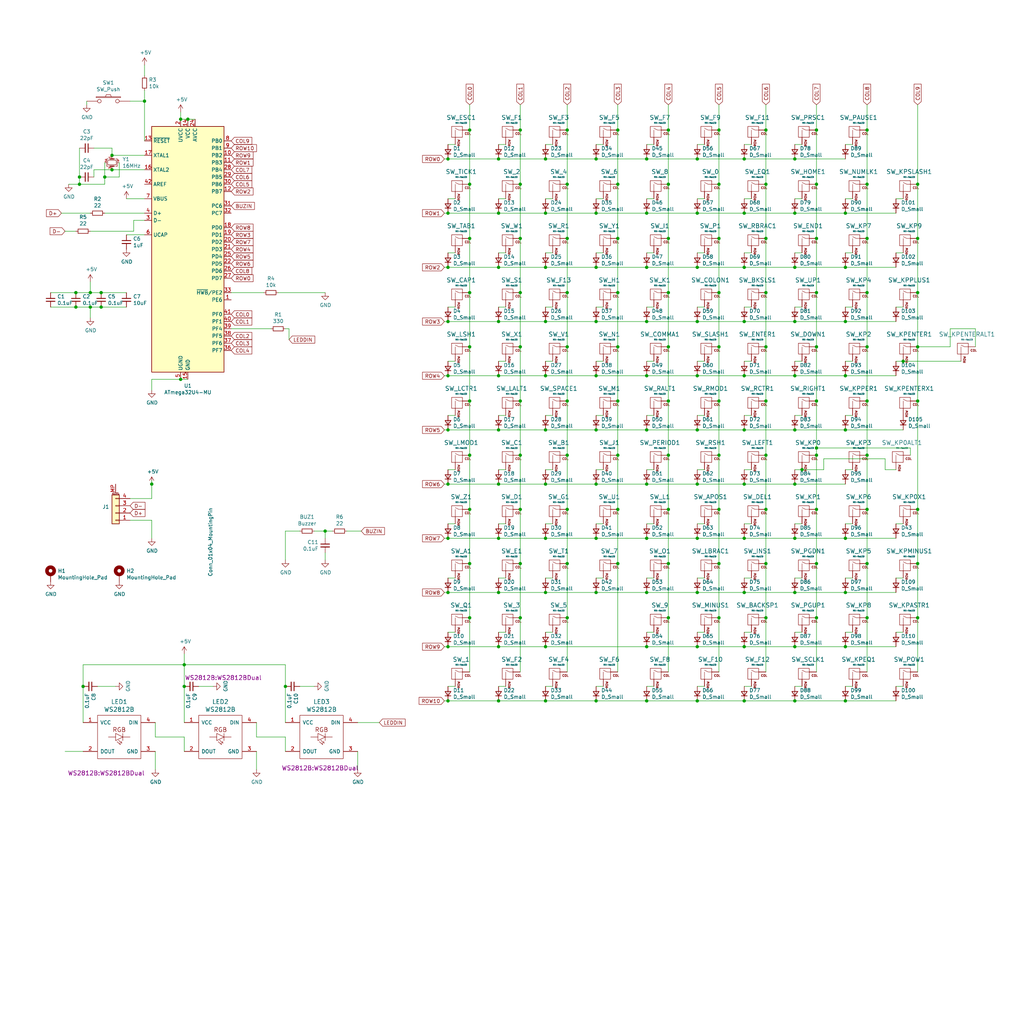
<source format=kicad_sch>
(kicad_sch (version 20230409) (generator eeschema)
  (paper "User" 359.994 359.994)
  (junction (at 182.88 102.87) (diameter 1.016))
  (junction (at 165.1 179.07) (diameter 1.016))
  (junction (at 227.33 227.33) (diameter 1.016))
  (junction (at 252.73 64.77) (diameter 1.016))
  (junction (at 245.11 113.03) (diameter 1.016))
  (junction (at 165.1 64.77) (diameter 1.016))
  (junction (at 165.1 160.02) (diameter 1.016))
  (junction (at 227.33 74.93) (diameter 1.016))
  (junction (at 191.77 170.18) (diameter 1.016))
  (junction (at 209.55 132.08) (diameter 1.016))
  (junction (at 191.77 93.98) (diameter 1.016))
  (junction (at 175.26 132.08) (diameter 1.016))
  (junction (at 182.88 217.17) (diameter 1.016))
  (junction (at 261.62 189.23) (diameter 1.016))
  (junction (at 297.18 208.28) (diameter 1.016))
  (junction (at 245.11 93.98) (diameter 1.016))
  (junction (at 269.24 45.72) (diameter 1.016))
  (junction (at 252.73 45.72) (diameter 1.016))
  (junction (at 234.95 102.87) (diameter 1.016))
  (junction (at 199.39 160.02) (diameter 1.016))
  (junction (at 63.5 41.91) (diameter 1.016))
  (junction (at 269.24 217.17) (diameter 1.016))
  (junction (at 157.48 208.28) (diameter 1.016))
  (junction (at 175.26 189.23) (diameter 1.016))
  (junction (at 234.95 45.72) (diameter 1.016))
  (junction (at 39.37 59.69) (diameter 1.016))
  (junction (at 287.02 83.82) (diameter 1.016))
  (junction (at 175.26 208.28) (diameter 1.016))
  (junction (at 191.77 132.08) (diameter 1.016))
  (junction (at 279.4 227.33) (diameter 1.016))
  (junction (at 217.17 83.82) (diameter 1.016))
  (junction (at 287.02 102.87) (diameter 1.016))
  (junction (at 157.48 227.33) (diameter 1.016))
  (junction (at 245.11 55.88) (diameter 1.016))
  (junction (at 261.62 227.33) (diameter 1.016))
  (junction (at 261.62 55.88) (diameter 1.016))
  (junction (at 245.11 74.93) (diameter 1.016))
  (junction (at 199.39 64.77) (diameter 1.016))
  (junction (at 36.83 62.23) (diameter 1.016))
  (junction (at 297.18 132.08) (diameter 1.016))
  (junction (at 252.73 160.02) (diameter 1.016))
  (junction (at 297.18 151.13) (diameter 1.016))
  (junction (at 322.58 64.77) (diameter 1.016))
  (junction (at 157.48 132.08) (diameter 1.016))
  (junction (at 217.17 140.97) (diameter 1.016))
  (junction (at 245.11 227.33) (diameter 1.016))
  (junction (at 31.75 102.87) (diameter 1.016))
  (junction (at 191.77 74.93) (diameter 1.016))
  (junction (at 64.77 241.3) (diameter 1.016))
  (junction (at 217.17 64.77) (diameter 1.016))
  (junction (at 297.18 74.93) (diameter 1.016))
  (junction (at 157.48 74.93) (diameter 1.016))
  (junction (at 227.33 113.03) (diameter 1.016))
  (junction (at 252.73 198.12) (diameter 1.016))
  (junction (at 279.4 189.23) (diameter 1.016))
  (junction (at 182.88 140.97) (diameter 1.016))
  (junction (at 304.8 64.77) (diameter 1.016))
  (junction (at 252.73 102.87) (diameter 1.016))
  (junction (at 304.8 45.72) (diameter 1.016))
  (junction (at 269.24 140.97) (diameter 1.016))
  (junction (at 252.73 179.07) (diameter 1.016))
  (junction (at 304.8 121.92) (diameter 1.016))
  (junction (at 175.26 113.03) (diameter 1.016))
  (junction (at 217.17 160.02) (diameter 1.016))
  (junction (at 191.77 151.13) (diameter 1.016))
  (junction (at 199.39 121.92) (diameter 1.016))
  (junction (at 287.02 217.17) (diameter 1.016))
  (junction (at 199.39 179.07) (diameter 1.016))
  (junction (at 297.18 246.38) (diameter 1.016))
  (junction (at 261.62 113.03) (diameter 1.016))
  (junction (at 39.37 54.61) (diameter 1.016))
  (junction (at 269.24 160.02) (diameter 1.016))
  (junction (at 269.24 198.12) (diameter 1.016))
  (junction (at 287.02 179.07) (diameter 1.016))
  (junction (at 269.24 179.07) (diameter 1.016))
  (junction (at 191.77 113.03) (diameter 1.016))
  (junction (at 234.95 217.17) (diameter 1.016))
  (junction (at 157.48 246.38) (diameter 1.016))
  (junction (at 182.88 198.12) (diameter 1.016))
  (junction (at 50.8 35.56) (diameter 1.016))
  (junction (at 63.5 133.35) (diameter 1.016))
  (junction (at 165.1 198.12) (diameter 1.016))
  (junction (at 304.8 217.17) (diameter 1.016))
  (junction (at 322.58 121.92) (diameter 1.016))
  (junction (at 217.17 102.87) (diameter 1.016))
  (junction (at 175.26 93.98) (diameter 1.016))
  (junction (at 252.73 83.82) (diameter 1.016))
  (junction (at 245.11 151.13) (diameter 1.016))
  (junction (at 199.39 198.12) (diameter 1.016))
  (junction (at 182.88 45.72) (diameter 1.016))
  (junction (at 27.94 64.77) (diameter 1.016))
  (junction (at 165.1 217.17) (diameter 1.016))
  (junction (at 175.26 55.88) (diameter 1.016))
  (junction (at 227.33 132.08) (diameter 1.016))
  (junction (at 304.8 179.07) (diameter 1.016))
  (junction (at 209.55 55.88) (diameter 1.016))
  (junction (at 114.3 186.69) (diameter 1.016))
  (junction (at 199.39 102.87) (diameter 1.016))
  (junction (at 182.88 121.92) (diameter 1.016))
  (junction (at 29.21 241.3) (diameter 1.016))
  (junction (at 252.73 140.97) (diameter 1.016))
  (junction (at 269.24 121.92) (diameter 1.016))
  (junction (at 279.4 55.88) (diameter 1.016))
  (junction (at 227.33 151.13) (diameter 1.016))
  (junction (at 279.4 132.08) (diameter 1.016))
  (junction (at 234.95 160.02) (diameter 1.016))
  (junction (at 157.48 151.13) (diameter 1.016))
  (junction (at 209.55 170.18) (diameter 1.016))
  (junction (at 245.11 132.08) (diameter 1.016))
  (junction (at 157.48 113.03) (diameter 1.016))
  (junction (at 182.88 160.02) (diameter 1.016))
  (junction (at 191.77 189.23) (diameter 1.016))
  (junction (at 297.18 113.03) (diameter 1.016))
  (junction (at 234.95 64.77) (diameter 1.016))
  (junction (at 261.62 151.13) (diameter 1.016))
  (junction (at 281.94 165.1) (diameter 1.016))
  (junction (at 234.95 140.97) (diameter 1.016))
  (junction (at 261.62 170.18) (diameter 1.016))
  (junction (at 217.17 45.72) (diameter 1.016))
  (junction (at 227.33 208.28) (diameter 1.016))
  (junction (at 279.4 246.38) (diameter 1.016))
  (junction (at 227.33 55.88) (diameter 1.016))
  (junction (at 199.39 217.17) (diameter 1.016))
  (junction (at 165.1 83.82) (diameter 1.016))
  (junction (at 227.33 189.23) (diameter 1.016))
  (junction (at 182.88 83.82) (diameter 1.016))
  (junction (at 157.48 189.23) (diameter 1.016))
  (junction (at 287.02 45.72) (diameter 1.016))
  (junction (at 175.26 151.13) (diameter 1.016))
  (junction (at 175.26 246.38) (diameter 1.016))
  (junction (at 165.1 45.72) (diameter 1.016))
  (junction (at 322.58 140.97) (diameter 1.016))
  (junction (at 261.62 132.08) (diameter 1.016))
  (junction (at 209.55 151.13) (diameter 1.016))
  (junction (at 279.4 170.18) (diameter 1.016))
  (junction (at 100.33 241.3) (diameter 1.016))
  (junction (at 261.62 93.98) (diameter 1.016))
  (junction (at 53.34 170.18) (diameter 1.016))
  (junction (at 209.55 246.38) (diameter 1.016))
  (junction (at 175.26 227.33) (diameter 1.016))
  (junction (at 279.4 93.98) (diameter 1.016))
  (junction (at 279.4 74.93) (diameter 1.016))
  (junction (at 287.02 121.92) (diameter 1.016))
  (junction (at 304.8 102.87) (diameter 1.016))
  (junction (at 157.48 170.18) (diameter 1.016))
  (junction (at 287.02 157.48) (diameter 1.016))
  (junction (at 182.88 179.07) (diameter 1.016))
  (junction (at 322.58 179.07) (diameter 1.016))
  (junction (at 287.02 198.12) (diameter 1.016))
  (junction (at 234.95 198.12) (diameter 1.016))
  (junction (at 304.8 140.97) (diameter 1.016))
  (junction (at 217.17 198.12) (diameter 1.016))
  (junction (at 227.33 93.98) (diameter 1.016))
  (junction (at 279.4 151.13) (diameter 1.016))
  (junction (at 157.48 55.88) (diameter 1.016))
  (junction (at 297.18 189.23) (diameter 1.016))
  (junction (at 209.55 74.93) (diameter 1.016))
  (junction (at 304.8 83.82) (diameter 1.016))
  (junction (at 261.62 246.38) (diameter 1.016))
  (junction (at 199.39 83.82) (diameter 1.016))
  (junction (at 199.39 45.72) (diameter 1.016))
  (junction (at 322.58 102.87) (diameter 1.016))
  (junction (at 297.18 227.33) (diameter 1.016))
  (junction (at 182.88 64.77) (diameter 1.016))
  (junction (at 245.11 208.28) (diameter 1.016))
  (junction (at 269.24 83.82) (diameter 1.016))
  (junction (at 175.26 74.93) (diameter 1.016))
  (junction (at 252.73 121.92) (diameter 1.016))
  (junction (at 165.1 121.92) (diameter 1.016))
  (junction (at 287.02 140.97) (diameter 1.016))
  (junction (at 304.8 160.02) (diameter 1.016))
  (junction (at 175.26 170.18) (diameter 1.016))
  (junction (at 217.17 121.92) (diameter 1.016))
  (junction (at 26.67 102.87) (diameter 1.016))
  (junction (at 191.77 55.88) (diameter 1.016))
  (junction (at 245.11 246.38) (diameter 1.016))
  (junction (at 261.62 208.28) (diameter 1.016))
  (junction (at 217.17 179.07) (diameter 1.016))
  (junction (at 209.55 208.28) (diameter 1.016))
  (junction (at 227.33 246.38) (diameter 1.016))
  (junction (at 27.94 62.23) (diameter 1.016))
  (junction (at 157.48 93.98) (diameter 1.016))
  (junction (at 234.95 121.92) (diameter 1.016))
  (junction (at 165.1 140.97) (diameter 1.016))
  (junction (at 191.77 246.38) (diameter 1.016))
  (junction (at 191.77 227.33) (diameter 1.016))
  (junction (at 35.56 102.87) (diameter 1.016))
  (junction (at 227.33 170.18) (diameter 1.016))
  (junction (at 165.1 102.87) (diameter 1.016))
  (junction (at 234.95 83.82) (diameter 1.016))
  (junction (at 269.24 102.87) (diameter 1.016))
  (junction (at 279.4 208.28) (diameter 1.016))
  (junction (at 304.8 198.12) (diameter 1.016))
  (junction (at 199.39 140.97) (diameter 1.016))
  (junction (at 317.5 127) (diameter 1.016))
  (junction (at 209.55 189.23) (diameter 1.016))
  (junction (at 322.58 217.17) (diameter 1.016))
  (junction (at 234.95 179.07) (diameter 1.016))
  (junction (at 287.02 64.77) (diameter 1.016))
  (junction (at 245.11 189.23) (diameter 1.016))
  (junction (at 279.4 113.03) (diameter 1.016))
  (junction (at 64.77 233.68) (diameter 1.016))
  (junction (at 35.56 107.95) (diameter 1.016))
  (junction (at 252.73 217.17) (diameter 1.016))
  (junction (at 261.62 74.93) (diameter 1.016))
  (junction (at 209.55 93.98) (diameter 1.016))
  (junction (at 66.04 41.91) (diameter 1.016))
  (junction (at 322.58 83.82) (diameter 1.016))
  (junction (at 287.02 160.02) (diameter 1.016))
  (junction (at 269.24 64.77) (diameter 1.016))
  (junction (at 191.77 208.28) (diameter 1.016))
  (junction (at 31.75 107.95) (diameter 1.016))
  (junction (at 26.67 107.95) (diameter 1.016))
  (junction (at 297.18 93.98) (diameter 1.016))
  (junction (at 209.55 113.03) (diameter 1.016))
  (junction (at 322.58 198.12) (diameter 1.016))
  (junction (at 245.11 170.18) (diameter 1.016))
  (wire (pts (xy 199.39 160.02) (xy 199.39 140.97)))
  (wire (pts (xy 165.1 198.12) (xy 165.1 217.17)))
  (wire (pts (xy 245.11 88.9) (xy 247.65 88.9)))
  (wire (pts (xy 175.26 203.2) (xy 177.8 203.2)))
  (wire (pts (xy 322.58 36.83) (xy 322.58 64.77)))
  (wire (pts (xy 209.55 113.03) (xy 227.33 113.03)))
  (wire (pts (xy 165.1 45.72) (xy 165.1 36.83)))
  (wire (pts (xy 165.1 64.77) (xy 165.1 83.82)))
  (wire (pts (xy 209.55 208.28) (xy 227.33 208.28)))
  (wire (pts (xy 227.33 227.33) (xy 245.11 227.33)))
  (wire (pts (xy 287.02 83.82) (xy 287.02 102.87)))
  (wire (pts (xy 297.18 132.08) (xy 314.96 132.08)))
  (wire (pts (xy 157.48 74.93) (xy 175.26 74.93)))
  (wire (pts (xy 297.18 165.1) (xy 299.72 165.1)))
  (wire (pts (xy 245.11 151.13) (xy 261.62 151.13)))
  (wire (pts (xy 209.55 165.1) (xy 212.09 165.1)))
  (wire (pts (xy 269.24 121.92) (xy 269.24 102.87)))
  (wire (pts (xy 261.62 203.2) (xy 264.16 203.2)))
  (wire (pts (xy 54.61 259.08) (xy 54.61 254)))
  (wire (pts (xy 175.26 132.08) (xy 191.77 132.08)))
  (wire (pts (xy 21.59 74.93) (xy 31.75 74.93)))
  (wire (pts (xy 64.77 259.08) (xy 54.61 259.08)))
  (wire (pts (xy 269.24 160.02) (xy 269.24 140.97)))
  (wire (pts (xy 90.17 264.16) (xy 90.17 270.51)))
  (wire (pts (xy 53.34 170.18) (xy 53.34 175.26)))
  (wire (pts (xy 279.4 50.8) (xy 281.94 50.8)))
  (wire (pts (xy 31.75 111.76) (xy 31.75 107.95)))
  (wire (pts (xy 245.11 246.38) (xy 261.62 246.38)))
  (wire (pts (xy 191.77 170.18) (xy 209.55 170.18)))
  (wire (pts (xy 69.85 241.3) (xy 74.93 241.3)))
  (wire (pts (xy 191.77 113.03) (xy 209.55 113.03)))
  (wire (pts (xy 191.77 88.9) (xy 194.31 88.9)))
  (wire (pts (xy 64.77 241.3) (xy 64.77 254)))
  (wire (pts (xy 261.62 189.23) (xy 279.4 189.23)))
  (wire (pts (xy 121.92 186.69) (xy 127 186.69)))
  (wire (pts (xy 287.02 121.92) (xy 287.02 140.97)))
  (wire (pts (xy 252.73 160.02) (xy 252.73 179.07)))
  (wire (pts (xy 33.02 52.07) (xy 39.37 52.07)))
  (wire (pts (xy 44.45 69.85) (xy 50.8 69.85)))
  (wire (pts (xy 289.56 161.29) (xy 289.56 165.1)))
  (wire (pts (xy 289.56 165.1) (xy 281.94 165.1)))
  (wire (pts (xy 311.15 161.29) (xy 289.56 161.29)))
  (wire (pts (xy 311.15 165.1) (xy 311.15 161.29)))
  (wire (pts (xy 314.96 165.1) (xy 311.15 165.1)))
  (wire (pts (xy 269.24 45.72) (xy 269.24 36.83)))
  (wire (pts (xy 279.4 222.25) (xy 281.94 222.25)))
  (wire (pts (xy 314.96 246.38) (xy 297.18 246.38)))
  (wire (pts (xy 261.62 50.8) (xy 264.16 50.8)))
  (wire (pts (xy 287.02 45.72) (xy 287.02 36.83)))
  (wire (pts (xy 39.37 59.69) (xy 50.8 59.69)))
  (wire (pts (xy 165.1 217.17) (xy 165.1 236.22)))
  (wire (pts (xy 157.48 241.3) (xy 160.02 241.3)))
  (wire (pts (xy 209.55 203.2) (xy 212.09 203.2)))
  (wire (pts (xy 287.02 140.97) (xy 287.02 157.48)))
  (wire (pts (xy 287.02 157.48) (xy 287.02 160.02)))
  (wire (pts (xy 287.02 157.48) (xy 320.04 157.48)))
  (wire (pts (xy 320.04 157.48) (xy 320.04 160.02)))
  (wire (pts (xy 261.62 146.05) (xy 264.16 146.05)))
  (wire (pts (xy 199.39 102.87) (xy 199.39 83.82)))
  (wire (pts (xy 227.33 151.13) (xy 245.11 151.13)))
  (wire (pts (xy 234.95 179.07) (xy 234.95 160.02)))
  (wire (pts (xy 209.55 74.93) (xy 227.33 74.93)))
  (wire (pts (xy 261.62 93.98) (xy 279.4 93.98)))
  (wire (pts (xy 63.5 133.35) (xy 66.04 133.35)))
  (wire (pts (xy 100.33 115.57) (xy 101.6 115.57)))
  (wire (pts (xy 217.17 83.82) (xy 217.17 102.87)))
  (wire (pts (xy 217.17 102.87) (xy 217.17 121.92)))
  (wire (pts (xy 279.4 184.15) (xy 281.94 184.15)))
  (wire (pts (xy 234.95 140.97) (xy 234.95 121.92)))
  (wire (pts (xy 245.11 170.18) (xy 261.62 170.18)))
  (wire (pts (xy 156.21 208.28) (xy 157.48 208.28)))
  (wire (pts (xy 157.48 189.23) (xy 175.26 189.23)))
  (wire (pts (xy 50.8 35.56) (xy 50.8 49.53)))
  (wire (pts (xy 304.8 217.17) (xy 304.8 198.12)))
  (wire (pts (xy 182.88 217.17) (xy 182.88 236.22)))
  (wire (pts (xy 66.04 41.91) (xy 68.58 41.91)))
  (wire (pts (xy 175.26 184.15) (xy 177.8 184.15)))
  (wire (pts (xy 245.11 107.95) (xy 247.65 107.95)))
  (wire (pts (xy 279.4 246.38) (xy 297.18 246.38)))
  (wire (pts (xy 252.73 198.12) (xy 252.73 217.17)))
  (wire (pts (xy 245.11 93.98) (xy 261.62 93.98)))
  (wire (pts (xy 261.62 222.25) (xy 264.16 222.25)))
  (wire (pts (xy 279.4 127) (xy 281.94 127)))
  (wire (pts (xy 261.62 241.3) (xy 264.16 241.3)))
  (wire (pts (xy 245.11 203.2) (xy 247.65 203.2)))
  (wire (pts (xy 227.33 74.93) (xy 245.11 74.93)))
  (wire (pts (xy 100.33 233.68) (xy 100.33 241.3)))
  (wire (pts (xy 297.18 189.23) (xy 314.96 189.23)))
  (wire (pts (xy 191.77 127) (xy 194.31 127)))
  (wire (pts (xy 114.3 194.31) (xy 114.3 196.85)))
  (wire (pts (xy 105.41 241.3) (xy 110.49 241.3)))
  (wire (pts (xy 279.4 151.13) (xy 297.18 151.13)))
  (wire (pts (xy 199.39 45.72) (xy 199.39 36.83)))
  (wire (pts (xy 175.26 227.33) (xy 191.77 227.33)))
  (wire (pts (xy 227.33 55.88) (xy 245.11 55.88)))
  (wire (pts (xy 287.02 179.07) (xy 287.02 198.12)))
  (wire (pts (xy 36.83 57.15) (xy 36.83 62.23)))
  (wire (pts (xy 227.33 170.18) (xy 245.11 170.18)))
  (wire (pts (xy 234.95 102.87) (xy 234.95 83.82)))
  (wire (pts (xy 209.55 93.98) (xy 227.33 93.98)))
  (wire (pts (xy 182.88 160.02) (xy 182.88 179.07)))
  (wire (pts (xy 261.62 107.95) (xy 264.16 107.95)))
  (wire (pts (xy 182.88 45.72) (xy 182.88 36.83)))
  (wire (pts (xy 234.95 160.02) (xy 234.95 140.97)))
  (wire (pts (xy 191.77 165.1) (xy 194.31 165.1)))
  (wire (pts (xy 227.33 69.85) (xy 229.87 69.85)))
  (wire (pts (xy 279.4 69.85) (xy 281.94 69.85)))
  (wire (pts (xy 217.17 160.02) (xy 217.17 179.07)))
  (wire (pts (xy 199.39 121.92) (xy 199.39 102.87)))
  (wire (pts (xy 110.49 186.69) (xy 114.3 186.69)))
  (wire (pts (xy 114.3 186.69) (xy 116.84 186.69)))
  (wire (pts (xy 279.4 74.93) (xy 297.18 74.93)))
  (wire (pts (xy 252.73 45.72) (xy 252.73 36.83)))
  (wire (pts (xy 227.33 203.2) (xy 229.87 203.2)))
  (wire (pts (xy 245.11 113.03) (xy 261.62 113.03)))
  (wire (pts (xy 199.39 236.22) (xy 199.39 217.17)))
  (wire (pts (xy 287.02 217.17) (xy 287.02 236.22)))
  (wire (pts (xy 157.48 165.1) (xy 160.02 165.1)))
  (wire (pts (xy 252.73 64.77) (xy 252.73 83.82)))
  (wire (pts (xy 157.48 55.88) (xy 175.26 55.88)))
  (wire (pts (xy 297.18 113.03) (xy 314.96 113.03)))
  (wire (pts (xy 261.62 88.9) (xy 264.16 88.9)))
  (wire (pts (xy 314.96 69.85) (xy 317.5 69.85)))
  (wire (pts (xy 234.95 64.77) (xy 234.95 45.72)))
  (wire (pts (xy 297.18 222.25) (xy 299.72 222.25)))
  (wire (pts (xy 252.73 102.87) (xy 252.73 121.92)))
  (wire (pts (xy 41.91 62.23) (xy 36.83 62.23)))
  (wire (pts (xy 245.11 127) (xy 247.65 127)))
  (wire (pts (xy 114.3 186.69) (xy 114.3 189.23)))
  (wire (pts (xy 279.4 132.08) (xy 297.18 132.08)))
  (wire (pts (xy 157.48 227.33) (xy 175.26 227.33)))
  (wire (pts (xy 175.26 107.95) (xy 177.8 107.95)))
  (wire (pts (xy 217.17 140.97) (xy 217.17 160.02)))
  (wire (pts (xy 50.8 26.67) (xy 50.8 22.86)))
  (wire (pts (xy 165.1 102.87) (xy 165.1 121.92)))
  (wire (pts (xy 322.58 102.87) (xy 322.58 121.92)))
  (wire (pts (xy 245.11 222.25) (xy 247.65 222.25)))
  (wire (pts (xy 269.24 64.77) (xy 269.24 45.72)))
  (wire (pts (xy 269.24 102.87) (xy 269.24 83.82)))
  (wire (pts (xy 279.4 146.05) (xy 281.94 146.05)))
  (wire (pts (xy 165.1 121.92) (xy 165.1 140.97)))
  (wire (pts (xy 36.83 74.93) (xy 50.8 74.93)))
  (wire (pts (xy 314.96 107.95) (xy 317.5 107.95)))
  (wire (pts (xy 314.96 222.25) (xy 317.5 222.25)))
  (wire (pts (xy 157.48 184.15) (xy 160.02 184.15)))
  (wire (pts (xy 269.24 198.12) (xy 269.24 179.07)))
  (wire (pts (xy 191.77 227.33) (xy 227.33 227.33)))
  (wire (pts (xy 287.02 198.12) (xy 287.02 217.17)))
  (wire (pts (xy 53.34 182.88) (xy 53.34 189.23)))
  (wire (pts (xy 191.77 69.85) (xy 194.31 69.85)))
  (wire (pts (xy 26.67 102.87) (xy 31.75 102.87)))
  (wire (pts (xy 252.73 121.92) (xy 252.73 140.97)))
  (wire (pts (xy 279.4 113.03) (xy 297.18 113.03)))
  (wire (pts (xy 156.21 132.08) (xy 157.48 132.08)))
  (wire (pts (xy 261.62 113.03) (xy 279.4 113.03)))
  (wire (pts (xy 227.33 165.1) (xy 229.87 165.1)))
  (wire (pts (xy 279.4 107.95) (xy 281.94 107.95)))
  (wire (pts (xy 165.1 45.72) (xy 165.1 64.77)))
  (wire (pts (xy 322.58 217.17) (xy 322.58 236.22)))
  (wire (pts (xy 27.94 52.07) (xy 27.94 62.23)))
  (wire (pts (xy 156.21 55.88) (xy 157.48 55.88)))
  (wire (pts (xy 39.37 59.69) (xy 33.02 59.69)))
  (wire (pts (xy 199.39 83.82) (xy 199.39 64.77)))
  (wire (pts (xy 245.11 50.8) (xy 247.65 50.8)))
  (wire (pts (xy 157.48 69.85) (xy 160.02 69.85)))
  (wire (pts (xy 261.62 208.28) (xy 279.4 208.28)))
  (wire (pts (xy 64.77 233.68) (xy 64.77 229.87)))
  (wire (pts (xy 209.55 170.18) (xy 227.33 170.18)))
  (wire (pts (xy 191.77 208.28) (xy 209.55 208.28)))
  (wire (pts (xy 245.11 74.93) (xy 261.62 74.93)))
  (wire (pts (xy 182.88 140.97) (xy 182.88 160.02)))
  (wire (pts (xy 27.94 64.77) (xy 24.13 64.77)))
  (wire (pts (xy 157.48 146.05) (xy 160.02 146.05)))
  (wire (pts (xy 182.88 179.07) (xy 182.88 198.12)))
  (wire (pts (xy 165.1 83.82) (xy 165.1 102.87)))
  (wire (pts (xy 101.6 115.57) (xy 101.6 119.38)))
  (wire (pts (xy 125.73 264.16) (xy 125.73 270.51)))
  (wire (pts (xy 41.91 57.15) (xy 41.91 62.23)))
  (wire (pts (xy 165.1 160.02) (xy 165.1 179.07)))
  (wire (pts (xy 217.17 45.72) (xy 217.17 36.83)))
  (wire (pts (xy 304.8 121.92) (xy 304.8 102.87)))
  (wire (pts (xy 157.48 151.13) (xy 175.26 151.13)))
  (wire (pts (xy 29.21 233.68) (xy 29.21 241.3)))
  (wire (pts (xy 199.39 179.07) (xy 199.39 160.02)))
  (wire (pts (xy 234.95 236.22) (xy 234.95 217.17)))
  (wire (pts (xy 157.48 208.28) (xy 175.26 208.28)))
  (wire (pts (xy 252.73 179.07) (xy 252.73 198.12)))
  (wire (pts (xy 245.11 165.1) (xy 247.65 165.1)))
  (wire (pts (xy 279.4 227.33) (xy 297.18 227.33)))
  (wire (pts (xy 234.95 121.92) (xy 234.95 102.87)))
  (wire (pts (xy 227.33 88.9) (xy 229.87 88.9)))
  (wire (pts (xy 209.55 50.8) (xy 212.09 50.8)))
  (wire (pts (xy 252.73 217.17) (xy 252.73 236.22)))
  (wire (pts (xy 31.75 81.28) (xy 46.99 81.28)))
  (wire (pts (xy 46.99 81.28) (xy 46.99 77.47)))
  (wire (pts (xy 175.26 74.93) (xy 191.77 74.93)))
  (wire (pts (xy 182.88 45.72) (xy 182.88 64.77)))
  (wire (pts (xy 234.95 45.72) (xy 234.95 36.83)))
  (wire (pts (xy 36.83 64.77) (xy 27.94 64.77)))
  (wire (pts (xy 279.4 189.23) (xy 297.18 189.23)))
  (wire (pts (xy 175.26 170.18) (xy 191.77 170.18)))
  (wire (pts (xy 50.8 54.61) (xy 39.37 54.61)))
  (wire (pts (xy 31.75 107.95) (xy 26.67 107.95)))
  (wire (pts (xy 287.02 64.77) (xy 287.02 83.82)))
  (wire (pts (xy 322.58 64.77) (xy 322.58 83.82)))
  (wire (pts (xy 175.26 127) (xy 177.8 127)))
  (wire (pts (xy 100.33 264.16) (xy 100.33 259.08)))
  (wire (pts (xy 175.26 208.28) (xy 191.77 208.28)))
  (wire (pts (xy 157.48 170.18) (xy 175.26 170.18)))
  (wire (pts (xy 157.48 246.38) (xy 175.26 246.38)))
  (wire (pts (xy 191.77 184.15) (xy 194.31 184.15)))
  (wire (pts (xy 261.62 127) (xy 264.16 127)))
  (wire (pts (xy 234.95 198.12) (xy 234.95 179.07)))
  (wire (pts (xy 297.18 93.98) (xy 314.96 93.98)))
  (wire (pts (xy 191.77 74.93) (xy 209.55 74.93)))
  (wire (pts (xy 157.48 127) (xy 160.02 127)))
  (wire (pts (xy 191.77 146.05) (xy 194.31 146.05)))
  (wire (pts (xy 227.33 113.03) (xy 245.11 113.03)))
  (wire (pts (xy 234.95 217.17) (xy 234.95 198.12)))
  (wire (pts (xy 175.26 151.13) (xy 191.77 151.13)))
  (wire (pts (xy 209.55 184.15) (xy 212.09 184.15)))
  (wire (pts (xy 81.28 102.87) (xy 92.71 102.87)))
  (wire (pts (xy 175.26 189.23) (xy 191.77 189.23)))
  (wire (pts (xy 156.21 227.33) (xy 157.48 227.33)))
  (wire (pts (xy 182.88 64.77) (xy 182.88 83.82)))
  (wire (pts (xy 157.48 222.25) (xy 160.02 222.25)))
  (wire (pts (xy 261.62 74.93) (xy 279.4 74.93)))
  (wire (pts (xy 175.26 69.85) (xy 177.8 69.85)))
  (wire (pts (xy 156.21 74.93) (xy 157.48 74.93)))
  (wire (pts (xy 261.62 132.08) (xy 279.4 132.08)))
  (wire (pts (xy 100.33 259.08) (xy 90.17 259.08)))
  (wire (pts (xy 44.45 107.95) (xy 35.56 107.95)))
  (wire (pts (xy 297.18 50.8) (xy 299.72 50.8)))
  (wire (pts (xy 245.11 69.85) (xy 247.65 69.85)))
  (wire (pts (xy 261.62 165.1) (xy 264.16 165.1)))
  (wire (pts (xy 297.18 127) (xy 299.72 127)))
  (wire (pts (xy 209.55 189.23) (xy 227.33 189.23)))
  (wire (pts (xy 175.26 146.05) (xy 177.8 146.05)))
  (wire (pts (xy 269.24 217.17) (xy 269.24 198.12)))
  (wire (pts (xy 17.78 102.87) (xy 26.67 102.87)))
  (wire (pts (xy 217.17 198.12) (xy 217.17 236.22)))
  (wire (pts (xy 191.77 189.23) (xy 209.55 189.23)))
  (wire (pts (xy 322.58 121.92) (xy 322.58 140.97)))
  (wire (pts (xy 322.58 140.97) (xy 322.58 179.07)))
  (wire (pts (xy 322.58 179.07) (xy 322.58 198.12)))
  (wire (pts (xy 209.55 132.08) (xy 227.33 132.08)))
  (wire (pts (xy 26.67 107.95) (xy 17.78 107.95)))
  (wire (pts (xy 191.77 55.88) (xy 209.55 55.88)))
  (wire (pts (xy 90.17 259.08) (xy 90.17 254)))
  (wire (pts (xy 53.34 182.88) (xy 45.72 182.88)))
  (wire (pts (xy 209.55 246.38) (xy 227.33 246.38)))
  (wire (pts (xy 245.11 184.15) (xy 247.65 184.15)))
  (wire (pts (xy 217.17 64.77) (xy 217.17 83.82)))
  (wire (pts (xy 199.39 64.77) (xy 199.39 45.72)))
  (wire (pts (xy 245.11 55.88) (xy 261.62 55.88)))
  (wire (pts (xy 191.77 132.08) (xy 209.55 132.08)))
  (wire (pts (xy 191.77 246.38) (xy 209.55 246.38)))
  (wire (pts (xy 227.33 189.23) (xy 245.11 189.23)))
  (wire (pts (xy 279.4 93.98) (xy 297.18 93.98)))
  (wire (pts (xy 45.72 35.56) (xy 50.8 35.56)))
  (wire (pts (xy 227.33 127) (xy 229.87 127)))
  (wire (pts (xy 100.33 241.3) (xy 100.33 254)))
  (wire (pts (xy 29.21 264.16) (xy 22.86 264.16)))
  (wire (pts (xy 304.8 83.82) (xy 304.8 64.77)))
  (wire (pts (xy 191.77 107.95) (xy 194.31 107.95)))
  (wire (pts (xy 182.88 83.82) (xy 182.88 102.87)))
  (wire (pts (xy 64.77 233.68) (xy 64.77 241.3)))
  (wire (pts (xy 53.34 137.16) (xy 53.34 133.35)))
  (wire (pts (xy 175.26 246.38) (xy 191.77 246.38)))
  (wire (pts (xy 314.96 127) (xy 317.5 127)))
  (wire (pts (xy 63.5 41.91) (xy 63.5 39.37)))
  (wire (pts (xy 227.33 146.05) (xy 229.87 146.05)))
  (wire (pts (xy 175.26 222.25) (xy 177.8 222.25)))
  (wire (pts (xy 314.96 203.2) (xy 317.5 203.2)))
  (wire (pts (xy 157.48 93.98) (xy 175.26 93.98)))
  (wire (pts (xy 156.21 113.03) (xy 157.48 113.03)))
  (wire (pts (xy 252.73 83.82) (xy 252.73 102.87)))
  (wire (pts (xy 36.83 62.23) (xy 36.83 64.77)))
  (wire (pts (xy 157.48 107.95) (xy 160.02 107.95)))
  (wire (pts (xy 46.99 77.47) (xy 50.8 77.47)))
  (wire (pts (xy 209.55 127) (xy 212.09 127)))
  (wire (pts (xy 304.8 236.22) (xy 304.8 217.17)))
  (wire (pts (xy 191.77 93.98) (xy 209.55 93.98)))
  (wire (pts (xy 50.8 35.56) (xy 50.8 31.75)))
  (wire (pts (xy 209.55 107.95) (xy 212.09 107.95)))
  (wire (pts (xy 133.35 254) (xy 125.73 254)))
  (wire (pts (xy 22.86 81.28) (xy 26.67 81.28)))
  (wire (pts (xy 314.96 241.3) (xy 317.5 241.3)))
  (wire (pts (xy 175.26 88.9) (xy 177.8 88.9)))
  (wire (pts (xy 191.77 241.3) (xy 194.31 241.3)))
  (wire (pts (xy 322.58 121.92) (xy 334.01 121.92)))
  (wire (pts (xy 334.01 115.57) (xy 342.9 115.57)))
  (wire (pts (xy 334.01 121.92) (xy 334.01 115.57)))
  (wire (pts (xy 342.9 115.57) (xy 342.9 121.92)))
  (wire (pts (xy 157.48 50.8) (xy 160.02 50.8)))
  (wire (pts (xy 297.18 146.05) (xy 299.72 146.05)))
  (wire (pts (xy 50.8 82.55) (xy 44.45 82.55)))
  (wire (pts (xy 227.33 208.28) (xy 245.11 208.28)))
  (wire (pts (xy 199.39 198.12) (xy 199.39 179.07)))
  (wire (pts (xy 227.33 222.25) (xy 229.87 222.25)))
  (wire (pts (xy 304.8 140.97) (xy 304.8 121.92)))
  (wire (pts (xy 304.8 64.77) (xy 304.8 45.72)))
  (wire (pts (xy 297.18 227.33) (xy 314.96 227.33)))
  (wire (pts (xy 279.4 165.1) (xy 281.94 165.1)))
  (wire (pts (xy 245.11 241.3) (xy 247.65 241.3)))
  (wire (pts (xy 304.8 45.72) (xy 304.8 36.83)))
  (wire (pts (xy 175.26 165.1) (xy 177.8 165.1)))
  (wire (pts (xy 322.58 83.82) (xy 322.58 102.87)))
  (wire (pts (xy 261.62 69.85) (xy 264.16 69.85)))
  (wire (pts (xy 64.77 264.16) (xy 64.77 259.08)))
  (wire (pts (xy 279.4 55.88) (xy 297.18 55.88)))
  (wire (pts (xy 191.77 222.25) (xy 194.31 222.25)))
  (wire (pts (xy 297.18 88.9) (xy 299.72 88.9)))
  (wire (pts (xy 175.26 113.03) (xy 191.77 113.03)))
  (wire (pts (xy 252.73 45.72) (xy 252.73 64.77)))
  (wire (pts (xy 175.26 93.98) (xy 191.77 93.98)))
  (wire (pts (xy 157.48 132.08) (xy 175.26 132.08)))
  (wire (pts (xy 156.21 170.18) (xy 157.48 170.18)))
  (wire (pts (xy 322.58 198.12) (xy 322.58 217.17)))
  (wire (pts (xy 287.02 102.87) (xy 287.02 121.92)))
  (wire (pts (xy 297.18 107.95) (xy 299.72 107.95)))
  (wire (pts (xy 100.33 186.69) (xy 100.33 196.85)))
  (wire (pts (xy 175.26 241.3) (xy 177.8 241.3)))
  (wire (pts (xy 297.18 241.3) (xy 299.72 241.3)))
  (wire (pts (xy 63.5 41.91) (xy 66.04 41.91)))
  (wire (pts (xy 261.62 55.88) (xy 279.4 55.88)))
  (wire (pts (xy 297.18 208.28) (xy 314.96 208.28)))
  (wire (pts (xy 175.26 50.8) (xy 177.8 50.8)))
  (wire (pts (xy 156.21 189.23) (xy 157.48 189.23)))
  (wire (pts (xy 317.5 127) (xy 337.82 127)))
  (wire (pts (xy 165.1 179.07) (xy 165.1 198.12)))
  (wire (pts (xy 64.77 233.68) (xy 29.21 233.68)))
  (wire (pts (xy 157.48 113.03) (xy 175.26 113.03)))
  (wire (pts (xy 209.55 241.3) (xy 212.09 241.3)))
  (wire (pts (xy 261.62 227.33) (xy 279.4 227.33)))
  (wire (pts (xy 182.88 198.12) (xy 182.88 217.17)))
  (wire (pts (xy 191.77 151.13) (xy 209.55 151.13)))
  (wire (pts (xy 279.4 88.9) (xy 281.94 88.9)))
  (wire (pts (xy 191.77 50.8) (xy 194.31 50.8)))
  (wire (pts (xy 304.8 160.02) (xy 304.8 140.97)))
  (wire (pts (xy 33.02 59.69) (xy 33.02 62.23)))
  (wire (pts (xy 156.21 93.98) (xy 157.48 93.98)))
  (wire (pts (xy 279.4 203.2) (xy 281.94 203.2)))
  (wire (pts (xy 269.24 236.22) (xy 269.24 217.17)))
  (wire (pts (xy 53.34 133.35) (xy 63.5 133.35)))
  (wire (pts (xy 156.21 246.38) (xy 157.48 246.38)))
  (wire (pts (xy 245.11 132.08) (xy 261.62 132.08)))
  (wire (pts (xy 227.33 107.95) (xy 229.87 107.95)))
  (wire (pts (xy 279.4 208.28) (xy 297.18 208.28)))
  (wire (pts (xy 182.88 121.92) (xy 182.88 140.97)))
  (wire (pts (xy 31.75 102.87) (xy 31.75 99.06)))
  (wire (pts (xy 97.79 102.87) (xy 114.3 102.87)))
  (wire (pts (xy 156.21 151.13) (xy 157.48 151.13)))
  (wire (pts (xy 217.17 179.07) (xy 217.17 198.12)))
  (wire (pts (xy 269.24 140.97) (xy 269.24 121.92)))
  (wire (pts (xy 209.55 146.05) (xy 212.09 146.05)))
  (wire (pts (xy 35.56 102.87) (xy 44.45 102.87)))
  (wire (pts (xy 234.95 83.82) (xy 234.95 64.77)))
  (wire (pts (xy 227.33 50.8) (xy 229.87 50.8)))
  (wire (pts (xy 217.17 45.72) (xy 217.17 64.77)))
  (wire (pts (xy 279.4 241.3) (xy 281.94 241.3)))
  (wire (pts (xy 165.1 140.97) (xy 165.1 160.02)))
  (wire (pts (xy 304.8 179.07) (xy 304.8 160.02)))
  (wire (pts (xy 261.62 170.18) (xy 279.4 170.18)))
  (wire (pts (xy 31.75 102.87) (xy 35.56 102.87)))
  (wire (pts (xy 297.18 74.93) (xy 314.96 74.93)))
  (wire (pts (xy 39.37 52.07) (xy 39.37 54.61)))
  (wire (pts (xy 217.17 121.92) (xy 217.17 140.97)))
  (wire (pts (xy 157.48 203.2) (xy 160.02 203.2)))
  (wire (pts (xy 227.33 246.38) (xy 245.11 246.38)))
  (wire (pts (xy 297.18 69.85) (xy 299.72 69.85)))
  (wire (pts (xy 314.96 184.15) (xy 317.5 184.15)))
  (wire (pts (xy 245.11 189.23) (xy 261.62 189.23)))
  (wire (pts (xy 199.39 140.97) (xy 199.39 121.92)))
  (wire (pts (xy 182.88 102.87) (xy 182.88 121.92)))
  (wire (pts (xy 227.33 184.15) (xy 229.87 184.15)))
  (wire (pts (xy 287.02 160.02) (xy 287.02 179.07)))
  (wire (pts (xy 279.4 170.18) (xy 297.18 170.18)))
  (wire (pts (xy 297.18 184.15) (xy 299.72 184.15)))
  (wire (pts (xy 209.55 69.85) (xy 212.09 69.85)))
  (wire (pts (xy 209.55 55.88) (xy 227.33 55.88)))
  (wire (pts (xy 304.8 102.87) (xy 304.8 83.82)))
  (wire (pts (xy 261.62 246.38) (xy 279.4 246.38)))
  (wire (pts (xy 297.18 151.13) (xy 317.5 151.13)))
  (wire (pts (xy 227.33 93.98) (xy 245.11 93.98)))
  (wire (pts (xy 30.48 36.83) (xy 30.48 35.56)))
  (wire (pts (xy 209.55 88.9) (xy 212.09 88.9)))
  (wire (pts (xy 261.62 151.13) (xy 279.4 151.13)))
  (wire (pts (xy 245.11 208.28) (xy 261.62 208.28)))
  (wire (pts (xy 100.33 186.69) (xy 105.41 186.69)))
  (wire (pts (xy 245.11 146.05) (xy 247.65 146.05)))
  (wire (pts (xy 157.48 88.9) (xy 160.02 88.9)))
  (wire (pts (xy 64.77 233.68) (xy 100.33 233.68)))
  (wire (pts (xy 209.55 151.13) (xy 227.33 151.13)))
  (wire (pts (xy 45.72 175.26) (xy 53.34 175.26)))
  (wire (pts (xy 53.34 168.91) (xy 53.34 170.18)))
  (wire (pts (xy 54.61 264.16) (xy 54.61 270.51)))
  (wire (pts (xy 297.18 203.2) (xy 299.72 203.2)))
  (wire (pts (xy 81.28 115.57) (xy 95.25 115.57)))
  (wire (pts (xy 227.33 132.08) (xy 245.11 132.08)))
  (wire (pts (xy 269.24 83.82) (xy 269.24 64.77)))
  (wire (pts (xy 227.33 241.3) (xy 229.87 241.3)))
  (wire (pts (xy 314.96 88.9) (xy 317.5 88.9)))
  (wire (pts (xy 287.02 45.72) (xy 287.02 64.77)))
  (wire (pts (xy 34.29 241.3) (xy 40.64 241.3)))
  (wire (pts (xy 29.21 241.3) (xy 29.21 254)))
  (wire (pts (xy 191.77 203.2) (xy 194.31 203.2)))
  (wire (pts (xy 252.73 140.97) (xy 252.73 160.02)))
  (wire (pts (xy 245.11 227.33) (xy 261.62 227.33)))
  (wire (pts (xy 269.24 179.07) (xy 269.24 160.02)))
  (wire (pts (xy 261.62 184.15) (xy 264.16 184.15)))
  (wire (pts (xy 27.94 62.23) (xy 27.94 64.77)))
  (wire (pts (xy 35.56 107.95) (xy 31.75 107.95)))
  (wire (pts (xy 304.8 198.12) (xy 304.8 179.07)))
  (wire (pts (xy 199.39 217.17) (xy 199.39 198.12)))
  (wire (pts (xy 175.26 55.88) (xy 191.77 55.88)))
  (global_label "ROW2" (shape input) (at 81.28 67.31 0) (property "Intersheetrefs" "${INTERSHEET_REFS}" (effects hide)))
  (global_label "COL8" (shape input) (at 304.8 36.83 90) (property "Intersheetrefs" "${INTERSHEET_REFS}" (effects hide)))
  (global_label "COL5" (shape input) (at 81.28 64.77 0) (property "Intersheetrefs" "${INTERSHEET_REFS}" (effects hide)))
  (global_label "LEDDIN" (shape input) (at 101.6 119.38 0) (property "Intersheetrefs" "${INTERSHEET_REFS}" (effects hide)))
  (global_label "D+" (shape input) (at 45.72 180.34 0) (property "Intersheetrefs" "${INTERSHEET_REFS}" (effects hide)))
  (global_label "ROW10" (shape input) (at 156.21 246.38 180) (property "Intersheetrefs" "${INTERSHEET_REFS}" (effects hide)))
  (global_label "ROW3" (shape input) (at 156.21 113.03 180) (property "Intersheetrefs" "${INTERSHEET_REFS}" (effects hide)))
  (global_label "COL3" (shape input) (at 81.28 120.65 0) (property "Intersheetrefs" "${INTERSHEET_REFS}" (effects hide)))
  (global_label "COL8" (shape input) (at 81.28 95.25 0) (property "Intersheetrefs" "${INTERSHEET_REFS}" (effects hide)))
  (global_label "ROW4" (shape input) (at 81.28 87.63 0) (property "Intersheetrefs" "${INTERSHEET_REFS}" (effects hide)))
  (global_label "COL4" (shape input) (at 81.28 123.19 0) (property "Intersheetrefs" "${INTERSHEET_REFS}" (effects hide)))
  (global_label "ROW3" (shape input) (at 81.28 82.55 0) (property "Intersheetrefs" "${INTERSHEET_REFS}" (effects hide)))
  (global_label "COL3" (shape input) (at 217.17 36.83 90) (property "Intersheetrefs" "${INTERSHEET_REFS}" (effects hide)))
  (global_label "ROW7" (shape input) (at 81.28 85.09 0) (property "Intersheetrefs" "${INTERSHEET_REFS}" (effects hide)))
  (global_label "ROW5" (shape input) (at 156.21 151.13 180) (property "Intersheetrefs" "${INTERSHEET_REFS}" (effects hide)))
  (global_label "COL2" (shape input) (at 199.39 36.83 90) (property "Intersheetrefs" "${INTERSHEET_REFS}" (effects hide)))
  (global_label "ROW6" (shape input) (at 156.21 170.18 180) (property "Intersheetrefs" "${INTERSHEET_REFS}" (effects hide)))
  (global_label "D+" (shape input) (at 21.59 74.93 180) (property "Intersheetrefs" "${INTERSHEET_REFS}" (effects hide)))
  (global_label "COL2" (shape input) (at 81.28 118.11 0) (property "Intersheetrefs" "${INTERSHEET_REFS}" (effects hide)))
  (global_label "COL7" (shape input) (at 287.02 36.83 90) (property "Intersheetrefs" "${INTERSHEET_REFS}" (effects hide)))
  (global_label "D-" (shape input) (at 22.86 81.28 180) (property "Intersheetrefs" "${INTERSHEET_REFS}" (effects hide)))
  (global_label "ROW2" (shape input) (at 156.21 93.98 180) (property "Intersheetrefs" "${INTERSHEET_REFS}" (effects hide)))
  (global_label "ROW0" (shape input) (at 156.21 55.88 180) (property "Intersheetrefs" "${INTERSHEET_REFS}" (effects hide)))
  (global_label "LEDDIN" (shape input) (at 133.35 254 0) (property "Intersheetrefs" "${INTERSHEET_REFS}" (effects hide)))
  (global_label "COL7" (shape input) (at 81.28 59.69 0) (property "Intersheetrefs" "${INTERSHEET_REFS}" (effects hide)))
  (global_label "ROW1" (shape input) (at 156.21 74.93 180) (property "Intersheetrefs" "${INTERSHEET_REFS}" (effects hide)))
  (global_label "ROW8" (shape input) (at 81.28 80.01 0) (property "Intersheetrefs" "${INTERSHEET_REFS}" (effects hide)))
  (global_label "ROW5" (shape input) (at 81.28 90.17 0) (property "Intersheetrefs" "${INTERSHEET_REFS}" (effects hide)))
  (global_label "COL1" (shape input) (at 81.28 113.03 0) (property "Intersheetrefs" "${INTERSHEET_REFS}" (effects hide)))
  (global_label "ROW9" (shape input) (at 156.21 227.33 180) (property "Intersheetrefs" "${INTERSHEET_REFS}" (effects hide)))
  (global_label "COL6" (shape input) (at 81.28 62.23 0) (property "Intersheetrefs" "${INTERSHEET_REFS}" (effects hide)))
  (global_label "ROW9" (shape input) (at 81.28 54.61 0) (property "Intersheetrefs" "${INTERSHEET_REFS}" (effects hide)))
  (global_label "COL9" (shape input) (at 81.28 49.53 0) (property "Intersheetrefs" "${INTERSHEET_REFS}" (effects hide)))
  (global_label "COL0" (shape input) (at 165.1 36.83 90) (property "Intersheetrefs" "${INTERSHEET_REFS}" (effects hide)))
  (global_label "COL0" (shape input) (at 81.28 110.49 0) (property "Intersheetrefs" "${INTERSHEET_REFS}" (effects hide)))
  (global_label "COL4" (shape input) (at 234.95 36.83 90) (property "Intersheetrefs" "${INTERSHEET_REFS}" (effects hide)))
  (global_label "D-" (shape input) (at 45.72 177.8 0) (property "Intersheetrefs" "${INTERSHEET_REFS}" (effects hide)))
  (global_label "BUZIN" (shape input) (at 127 186.69 0) (property "Intersheetrefs" "${INTERSHEET_REFS}" (effects hide)))
  (global_label "ROW8" (shape input) (at 156.21 208.28 180) (property "Intersheetrefs" "${INTERSHEET_REFS}" (effects hide)))
  (global_label "ROW6" (shape input) (at 81.28 92.71 0) (property "Intersheetrefs" "${INTERSHEET_REFS}" (effects hide)))
  (global_label "COL6" (shape input) (at 269.24 36.83 90) (property "Intersheetrefs" "${INTERSHEET_REFS}" (effects hide)))
  (global_label "COL1" (shape input) (at 182.88 36.83 90) (property "Intersheetrefs" "${INTERSHEET_REFS}" (effects hide)))
  (global_label "ROW1" (shape input) (at 81.28 57.15 0) (property "Intersheetrefs" "${INTERSHEET_REFS}" (effects hide)))
  (global_label "ROW10" (shape input) (at 81.28 52.07 0) (property "Intersheetrefs" "${INTERSHEET_REFS}" (effects hide)))
  (global_label "ROW0" (shape input) (at 81.28 97.79 0) (property "Intersheetrefs" "${INTERSHEET_REFS}" (effects hide)))
  (global_label "ROW7" (shape input) (at 156.21 189.23 180) (property "Intersheetrefs" "${INTERSHEET_REFS}" (effects hide)))
  (global_label "ROW4" (shape input) (at 156.21 132.08 180) (property "Intersheetrefs" "${INTERSHEET_REFS}" (effects hide)))
  (global_label "COL9" (shape input) (at 322.58 36.83 90) (property "Intersheetrefs" "${INTERSHEET_REFS}" (effects hide)))
  (global_label "COL5" (shape input) (at 252.73 36.83 90) (property "Intersheetrefs" "${INTERSHEET_REFS}" (effects hide)))
  (global_label "BUZIN" (shape input) (at 81.28 72.39 0) (property "Intersheetrefs" "${INTERSHEET_REFS}" (effects hide)))
  (symbol (lib_id "power:GND") (at 53.34 137.16 0) (unit 1)
    (property "Reference" "#PWR0101" (effects hide))
    (property "Value" "GND" (at 53.467 141.5542 0))
  )
  (symbol (lib_id "power:+5V") (at 63.5 39.37 0) (unit 1)
    (property "Reference" "#PWR0102" (effects hide))
    (property "Value" "+5V" (at 63.881 34.9758 0))
  )
  (symbol (lib_id "power:+5V") (at 53.34 170.18 0) (unit 1)
    (property "Reference" "#PWR0111" (effects hide))
    (property "Value" "+5V" (at 53.721 165.7858 0))
  )
  (symbol (lib_id "Device:R_Small") (at 95.25 102.87 270) (unit 1)
    (property "Reference" "R4" (at 95.25 97.8916 90))
    (property "Value" "10k" (at 95.25 100.203 90))
    (property "Footprint" "Resistor_SMD:R_0805_2012Metric" (effects hide))
  )
  (symbol (lib_id "power:GND") (at 114.3 102.87 0) (unit 1)
    (property "Reference" "#PWR0103" (effects hide))
    (property "Value" "GND" (at 114.427 107.2642 0))
  )
  (symbol (lib_id "Device:C_Small") (at 44.45 85.09 0) (unit 1)
    (property "Reference" "C6" (at 46.7868 83.9216 0) (effects (justify left)))
    (property "Value" "1uF" (at 46.7868 86.233 0) (effects (justify left)))
    (property "Footprint" "Capacitor_SMD:C_0805_2012Metric" (effects hide))
  )
  (symbol (lib_id "power:GND") (at 44.45 87.63 0) (unit 1)
    (property "Reference" "#PWR0107" (effects hide))
    (property "Value" "GND" (at 44.577 92.0242 0))
  )
  (symbol (lib_id "Device:C_Small") (at 17.78 105.41 0) (unit 1)
    (property "Reference" "C1" (at 20.1168 104.2416 0) (effects (justify left)))
    (property "Value" "0.1uF" (at 20.1168 106.553 0) (effects (justify left)))
    (property "Footprint" "Capacitor_SMD:C_0805_2012Metric" (effects hide))
  )
  (symbol (lib_id "Device:C_Small") (at 26.67 105.41 0) (unit 1)
    (property "Reference" "C2" (at 29.0068 104.2416 0) (effects (justify left)))
    (property "Value" "0.1uF" (at 29.0068 106.553 0) (effects (justify left)))
    (property "Footprint" "Capacitor_SMD:C_0805_2012Metric" (effects hide))
  )
  (symbol (lib_id "Device:C_Small") (at 35.56 105.41 0) (unit 1)
    (property "Reference" "C5" (at 37.8968 104.2416 0) (effects (justify left)))
    (property "Value" "0.1uF" (at 37.8968 106.553 0) (effects (justify left)))
    (property "Footprint" "Capacitor_SMD:C_0805_2012Metric" (effects hide))
  )
  (symbol (lib_id "Device:C_Small") (at 44.45 105.41 0) (unit 1)
    (property "Reference" "C7" (at 46.7868 104.2416 0) (effects (justify left)))
    (property "Value" "10uF" (at 46.7868 106.553 0) (effects (justify left)))
    (property "Footprint" "Capacitor_SMD:C_0805_2012Metric" (effects hide))
  )
  (symbol (lib_id "power:+5V") (at 31.75 99.06 0) (unit 1)
    (property "Reference" "#PWR0104" (effects hide))
    (property "Value" "+5V" (at 32.131 94.6658 0))
  )
  (symbol (lib_id "power:GND") (at 31.75 111.76 0) (unit 1)
    (property "Reference" "#PWR0105" (effects hide))
    (property "Value" "GND" (at 31.877 116.1542 0))
  )
  (symbol (lib_id "power:+5V") (at 44.45 69.85 0) (unit 1)
    (property "Reference" "#PWR0106" (effects hide))
    (property "Value" "+5V" (at 44.831 65.4558 0))
  )
  (symbol (lib_id "Device:Crystal_GND24_Small") (at 39.37 57.15 270) (unit 1)
    (property "Reference" "Y1" (at 43.0276 55.9816 90) (effects (justify left)))
    (property "Value" "16MHz" (at 43.0276 58.293 90) (effects (justify left)))
    (property "Footprint" "Crystal:Crystal_SMD_3225-4Pin_3.2x2.5mm" (effects hide))
  )
  (symbol (lib_id "power:GND") (at 53.34 189.23 0) (unit 1)
    (property "Reference" "#PWR0112" (effects hide))
    (property "Value" "GND" (at 53.467 193.6242 0))
  )
  (symbol (lib_id "random-keyboard-parts:WS2812B") (at 41.91 259.08 0) (unit 1)
    (property "Reference" "LED1" (at 41.91 246.7102 0) (effects (font (size 1.524 1.524))))
    (property "Value" "WS2812B" (at 41.91 249.4026 0) (effects (font (size 1.524 1.524))))
    (property "Footprint" "WS2812B:WS2812BDual" (at 37.338 271.78 0) (effects (font (size 1.524 1.524))))
  )
  (symbol (lib_id "random-keyboard-parts:MX-NoLED") (at 161.29 46.99 0) (unit 1)
    (property "Reference" "SW_ESC1" (at 162.1282 41.3258 0) (effects (font (size 1.524 1.524))))
    (property "Value" "MX-NoLED" (at 162.1282 43.2054 0) (effects (font (size 0.508 0.508))))
    (property "Footprint" "MX_Alps_Hybrid:MX-1U-NoLED" (effects hide))
  )
  (symbol (lib_id "Device:D_Small") (at 157.48 53.34 90) (unit 1)
    (property "Reference" "D1" (at 159.258 52.1716 90) (effects (justify right)))
    (property "Value" "D_Small" (at 159.258 54.483 90) (effects (justify right)))
    (property "Footprint" "Diode_SMD:D_SOD-123" (effects hide))
  )
  (symbol (lib_id "Device:C_Small") (at 30.48 52.07 270) (unit 1)
    (property "Reference" "C3" (at 30.48 46.2534 90))
    (property "Value" "22pF" (at 30.48 48.5648 90))
    (property "Footprint" "Capacitor_SMD:C_0805_2012Metric" (effects hide))
  )
  (symbol (lib_id "Device:C_Small") (at 30.48 62.23 270) (unit 1)
    (property "Reference" "C4" (at 30.48 56.4134 90))
    (property "Value" "22pF" (at 30.48 58.7248 90))
    (property "Footprint" "Capacitor_SMD:C_0805_2012Metric" (effects hide))
  )
  (symbol (lib_id "power:GND") (at 24.13 64.77 0) (unit 1)
    (property "Reference" "#PWR0108" (effects hide))
    (property "Value" "GND" (at 24.257 69.1642 0))
  )
  (symbol (lib_id "random-keyboard-parts:MX-NoLED") (at 179.07 46.99 0) (unit 1)
    (property "Reference" "SW_F1" (at 179.9082 41.3258 0) (effects (font (size 1.524 1.524))))
    (property "Value" "MX-NoLED" (at 179.9082 43.2054 0) (effects (font (size 0.508 0.508))))
    (property "Footprint" "MX_Alps_Hybrid:MX-1U-NoLED" (effects hide))
  )
  (symbol (lib_id "Device:D_Small") (at 175.26 53.34 90) (unit 1)
    (property "Reference" "D12" (at 177.038 52.1716 90) (effects (justify right)))
    (property "Value" "D_Small" (at 177.038 54.483 90) (effects (justify right)))
    (property "Footprint" "Diode_SMD:D_SOD-123" (effects hide))
  )
  (symbol (lib_id "random-keyboard-parts:MX-NoLED") (at 195.58 46.99 0) (unit 1)
    (property "Reference" "SW_F3" (at 196.4182 41.3258 0) (effects (font (size 1.524 1.524))))
    (property "Value" "MX-NoLED" (at 196.4182 43.2054 0) (effects (font (size 0.508 0.508))))
    (property "Footprint" "MX_Alps_Hybrid:MX-1U-NoLED" (effects hide))
  )
  (symbol (lib_id "Device:D_Small") (at 191.77 53.34 90) (unit 1)
    (property "Reference" "D23" (at 193.548 52.1716 90) (effects (justify right)))
    (property "Value" "D_Small" (at 193.548 54.483 90) (effects (justify right)))
    (property "Footprint" "Diode_SMD:D_SOD-123" (effects hide))
  )
  (symbol (lib_id "random-keyboard-parts:MX-NoLED") (at 213.36 46.99 0) (unit 1)
    (property "Reference" "SW_F5" (at 214.1982 41.3258 0) (effects (font (size 1.524 1.524))))
    (property "Value" "MX-NoLED" (at 214.1982 43.2054 0) (effects (font (size 0.508 0.508))))
    (property "Footprint" "MX_Alps_Hybrid:MX-1U-NoLED" (effects hide))
  )
  (symbol (lib_id "Device:D_Small") (at 209.55 53.34 90) (unit 1)
    (property "Reference" "D34" (at 211.328 52.1716 90) (effects (justify right)))
    (property "Value" "D_Small" (at 211.328 54.483 90) (effects (justify right)))
    (property "Footprint" "Diode_SMD:D_SOD-123" (effects hide))
  )
  (symbol (lib_id "random-keyboard-parts:MX-NoLED") (at 231.14 46.99 0) (unit 1)
    (property "Reference" "SW_F7" (at 231.9782 41.3258 0) (effects (font (size 1.524 1.524))))
    (property "Value" "MX-NoLED" (at 231.9782 43.2054 0) (effects (font (size 0.508 0.508))))
    (property "Footprint" "MX_Alps_Hybrid:MX-1U-NoLED" (effects hide))
  )
  (symbol (lib_id "Device:D_Small") (at 227.33 53.34 90) (unit 1)
    (property "Reference" "D45" (at 229.108 52.1716 90) (effects (justify right)))
    (property "Value" "D_Small" (at 229.108 54.483 90) (effects (justify right)))
    (property "Footprint" "Diode_SMD:D_SOD-123" (effects hide))
  )
  (symbol (lib_id "random-keyboard-parts:MX-NoLED") (at 248.92 46.99 0) (unit 1)
    (property "Reference" "SW_F9" (at 249.7582 41.3258 0) (effects (font (size 1.524 1.524))))
    (property "Value" "MX-NoLED" (at 249.7582 43.2054 0) (effects (font (size 0.508 0.508))))
    (property "Footprint" "MX_Alps_Hybrid:MX-1U-NoLED" (effects hide))
  )
  (symbol (lib_id "Device:D_Small") (at 245.11 53.34 90) (unit 1)
    (property "Reference" "D56" (at 246.888 52.1716 90) (effects (justify right)))
    (property "Value" "D_Small" (at 246.888 54.483 90) (effects (justify right)))
    (property "Footprint" "Diode_SMD:D_SOD-123" (effects hide))
  )
  (symbol (lib_id "random-keyboard-parts:MX-NoLED") (at 265.43 46.99 0) (unit 1)
    (property "Reference" "SW_F11" (at 266.2682 41.3258 0) (effects (font (size 1.524 1.524))))
    (property "Value" "MX-NoLED" (at 266.2682 43.2054 0) (effects (font (size 0.508 0.508))))
    (property "Footprint" "MX_Alps_Hybrid:MX-1U-NoLED" (effects hide))
  )
  (symbol (lib_id "Device:D_Small") (at 261.62 53.34 90) (unit 1)
    (property "Reference" "D67" (at 263.398 52.1716 90) (effects (justify right)))
    (property "Value" "D_Small" (at 263.398 54.483 90) (effects (justify right)))
    (property "Footprint" "Diode_SMD:D_SOD-123" (effects hide))
  )
  (symbol (lib_id "random-keyboard-parts:MX-NoLED") (at 283.21 46.99 0) (unit 1)
    (property "Reference" "SW_PRSC1" (at 284.0482 41.3258 0) (effects (font (size 1.524 1.524))))
    (property "Value" "MX-NoLED" (at 284.0482 43.2054 0) (effects (font (size 0.508 0.508))))
    (property "Footprint" "MX_Alps_Hybrid:MX-1U-NoLED" (effects hide))
  )
  (symbol (lib_id "Device:D_Small") (at 279.4 53.34 90) (unit 1)
    (property "Reference" "D78" (at 281.178 52.1716 90) (effects (justify right)))
    (property "Value" "D_Small" (at 281.178 54.483 90) (effects (justify right)))
    (property "Footprint" "Diode_SMD:D_SOD-123" (effects hide))
  )
  (symbol (lib_id "random-keyboard-parts:MX-NoLED") (at 300.99 46.99 0) (unit 1)
    (property "Reference" "SW_PAUSE1" (at 301.8282 41.3258 0) (effects (font (size 1.524 1.524))))
    (property "Value" "MX-NoLED" (at 301.8282 43.2054 0) (effects (font (size 0.508 0.508))))
    (property "Footprint" "MX_Alps_Hybrid:MX-1U-NoLED" (effects hide))
  )
  (symbol (lib_id "Device:D_Small") (at 297.18 53.34 90) (unit 1)
    (property "Reference" "D89" (at 298.958 52.1716 90) (effects (justify right)))
    (property "Value" "D_Small" (at 298.958 54.483 90) (effects (justify right)))
    (property "Footprint" "Diode_SMD:D_SOD-123" (effects hide))
  )
  (symbol (lib_id "random-keyboard-parts:MX-NoLED") (at 318.77 237.49 0) (unit 1)
    (property "Reference" "SW_POW1" (at 319.6082 231.8258 0) (effects (font (size 1.524 1.524))))
    (property "Value" "MX-NoLED" (at 319.6082 233.7054 0) (effects (font (size 0.508 0.508))))
    (property "Footprint" "MX_Alps_Hybrid:MX-1U-NoLED" (effects hide))
  )
  (symbol (lib_id "Device:D_Small") (at 314.96 243.84 90) (unit 1)
    (property "Reference" "D100" (at 316.738 242.6716 90) (effects (justify right)))
    (property "Value" "D_Small" (at 316.738 244.983 90) (effects (justify right)))
    (property "Footprint" "Diode_SMD:D_SOD-123" (effects hide))
  )
  (symbol (lib_id "alps64-rescue:SW_PUSH-keyboard_parts") (at 38.1 35.56 0) (unit 1)
    (property "Reference" "SW1" (at 38.1 29.083 0))
    (property "Value" "SW_Push" (at 38.1 31.3944 0))
    (property "Footprint" "random-keyboard-parts:SKQG-1155865" (effects hide))
  )
  (symbol (lib_id "power:GND") (at 30.48 36.83 0) (unit 1)
    (property "Reference" "#PWR0109" (effects hide))
    (property "Value" "GND" (at 30.607 41.2242 0))
  )
  (symbol (lib_id "power:+5V") (at 50.8 22.86 0) (unit 1)
    (property "Reference" "#PWR0110" (effects hide))
    (property "Value" "+5V" (at 51.181 18.4658 0))
  )
  (symbol (lib_id "Device:R_Small") (at 50.8 29.21 180) (unit 1)
    (property "Reference" "R3" (at 52.2986 28.0416 0) (effects (justify right)))
    (property "Value" "10k" (at 52.2986 30.353 0) (effects (justify right)))
    (property "Footprint" "Resistor_SMD:R_0805_2012Metric" (effects hide))
  )
  (symbol (lib_id "Device:R_Small") (at 97.79 115.57 270) (unit 1)
    (property "Reference" "R1" (at 97.79 110.5916 90))
    (property "Value" "330" (at 97.79 112.903 90))
    (property "Footprint" "Resistor_SMD:R_0805_2012Metric" (effects hide))
  )
  (symbol (lib_id "Device:C_Small") (at 31.75 241.3 270) (unit 1)
    (property "Reference" "C8" (at 32.9184 243.6368 0) (effects (justify left)))
    (property "Value" "0.1uF" (at 30.607 243.6368 0) (effects (justify left)))
    (property "Footprint" "Capacitor_SMD:C_0805_2012Metric" (effects hide))
  )
  (symbol (lib_id "Device:D_Small") (at 314.96 72.39 90) (unit 1)
    (property "Reference" "D101" (at 316.738 71.2216 90) (effects (justify right)))
    (property "Value" "D_Small" (at 316.738 73.533 90) (effects (justify right)))
    (property "Footprint" "Diode_SMD:D_SOD-123" (effects hide))
  )
  (symbol (lib_id "random-keyboard-parts:MX-NoLED") (at 318.77 66.04 0) (unit 1)
    (property "Reference" "SW_KPSLASH1" (at 319.6082 60.3758 0) (effects (font (size 1.524 1.524))))
    (property "Value" "MX-NoLED" (at 319.6082 62.2554 0) (effects (font (size 0.508 0.508))))
    (property "Footprint" "MX_Alps_Hybrid:MX-1U-NoLED" (effects hide))
  )
  (symbol (lib_id "Device:D_Small") (at 297.18 72.39 90) (unit 1)
    (property "Reference" "D90" (at 298.958 71.2216 90) (effects (justify right)))
    (property "Value" "D_Small" (at 298.958 73.533 90) (effects (justify right)))
    (property "Footprint" "Diode_SMD:D_SOD-123" (effects hide))
  )
  (symbol (lib_id "random-keyboard-parts:MX-NoLED") (at 300.99 66.04 0) (unit 1)
    (property "Reference" "SW_NUMLK1" (at 301.8282 60.3758 0) (effects (font (size 1.524 1.524))))
    (property "Value" "MX-NoLED" (at 301.8282 62.2554 0) (effects (font (size 0.508 0.508))))
    (property "Footprint" "MX_Alps_Hybrid:MX-1U-NoLED" (effects hide))
  )
  (symbol (lib_id "Device:D_Small") (at 279.4 72.39 90) (unit 1)
    (property "Reference" "D79" (at 281.178 71.2216 90) (effects (justify right)))
    (property "Value" "D_Small" (at 281.178 73.533 90) (effects (justify right)))
    (property "Footprint" "Diode_SMD:D_SOD-123" (effects hide))
  )
  (symbol (lib_id "random-keyboard-parts:MX-NoLED") (at 283.21 66.04 0) (unit 1)
    (property "Reference" "SW_HOME1" (at 284.0482 60.3758 0) (effects (font (size 1.524 1.524))))
    (property "Value" "MX-NoLED" (at 284.0482 62.2554 0) (effects (font (size 0.508 0.508))))
    (property "Footprint" "MX_Alps_Hybrid:MX-1U-NoLED" (effects hide))
  )
  (symbol (lib_id "Device:D_Small") (at 261.62 72.39 90) (unit 1)
    (property "Reference" "D68" (at 263.398 71.2216 90) (effects (justify right)))
    (property "Value" "D_Small" (at 263.398 73.533 90) (effects (justify right)))
    (property "Footprint" "Diode_SMD:D_SOD-123" (effects hide))
  )
  (symbol (lib_id "random-keyboard-parts:MX-NoLED") (at 265.43 66.04 0) (unit 1)
    (property "Reference" "SW_EQ1" (at 266.2682 60.3758 0) (effects (font (size 1.524 1.524))))
    (property "Value" "MX-NoLED" (at 266.2682 62.2554 0) (effects (font (size 0.508 0.508))))
    (property "Footprint" "MX_Alps_Hybrid:MX-1U-NoLED" (effects hide))
  )
  (symbol (lib_id "Device:D_Small") (at 245.11 72.39 90) (unit 1)
    (property "Reference" "D57" (at 246.888 71.2216 90) (effects (justify right)))
    (property "Value" "D_Small" (at 246.888 73.533 90) (effects (justify right)))
    (property "Footprint" "Diode_SMD:D_SOD-123" (effects hide))
  )
  (symbol (lib_id "random-keyboard-parts:MX-NoLED") (at 248.92 66.04 0) (unit 1)
    (property "Reference" "SW_0" (at 249.7582 60.3758 0) (effects (font (size 1.524 1.524))))
    (property "Value" "MX-NoLED" (at 249.7582 62.2554 0) (effects (font (size 0.508 0.508))))
    (property "Footprint" "MX_Alps_Hybrid:MX-1U-NoLED" (effects hide))
  )
  (symbol (lib_id "Device:D_Small") (at 227.33 72.39 90) (unit 1)
    (property "Reference" "D46" (at 229.108 71.2216 90) (effects (justify right)))
    (property "Value" "D_Small" (at 229.108 73.533 90) (effects (justify right)))
    (property "Footprint" "Diode_SMD:D_SOD-123" (effects hide))
  )
  (symbol (lib_id "random-keyboard-parts:MX-NoLED") (at 231.14 66.04 0) (unit 1)
    (property "Reference" "SW_8" (at 231.9782 60.3758 0) (effects (font (size 1.524 1.524))))
    (property "Value" "MX-NoLED" (at 231.9782 62.2554 0) (effects (font (size 0.508 0.508))))
    (property "Footprint" "MX_Alps_Hybrid:MX-1U-NoLED" (effects hide))
  )
  (symbol (lib_id "Device:D_Small") (at 191.77 72.39 90) (unit 1)
    (property "Reference" "D24" (at 193.548 71.2216 90) (effects (justify right)))
    (property "Value" "D_Small" (at 193.548 73.533 90) (effects (justify right)))
    (property "Footprint" "Diode_SMD:D_SOD-123" (effects hide))
  )
  (symbol (lib_id "random-keyboard-parts:MX-NoLED") (at 195.58 66.04 0) (unit 1)
    (property "Reference" "SW_4" (at 196.4182 60.3758 0) (effects (font (size 1.524 1.524))))
    (property "Value" "MX-NoLED" (at 196.4182 62.2554 0) (effects (font (size 0.508 0.508))))
    (property "Footprint" "MX_Alps_Hybrid:MX-1U-NoLED" (effects hide))
  )
  (symbol (lib_id "Device:D_Small") (at 175.26 72.39 90) (unit 1)
    (property "Reference" "D13" (at 177.038 71.2216 90) (effects (justify right)))
    (property "Value" "D_Small" (at 177.038 73.533 90) (effects (justify right)))
    (property "Footprint" "Diode_SMD:D_SOD-123" (effects hide))
  )
  (symbol (lib_id "random-keyboard-parts:MX-NoLED") (at 179.07 66.04 0) (unit 1)
    (property "Reference" "SW_2" (at 179.9082 60.3758 0) (effects (font (size 1.524 1.524))))
    (property "Value" "MX-NoLED" (at 179.9082 62.2554 0) (effects (font (size 0.508 0.508))))
    (property "Footprint" "MX_Alps_Hybrid:MX-1U-NoLED" (effects hide))
  )
  (symbol (lib_id "Device:D_Small") (at 157.48 72.39 90) (unit 1)
    (property "Reference" "D2" (at 159.258 71.2216 90) (effects (justify right)))
    (property "Value" "D_Small" (at 159.258 73.533 90) (effects (justify right)))
    (property "Footprint" "Diode_SMD:D_SOD-123" (effects hide))
  )
  (symbol (lib_id "random-keyboard-parts:MX-NoLED") (at 161.29 66.04 0) (unit 1)
    (property "Reference" "SW_TICK1" (at 162.1282 60.3758 0) (effects (font (size 1.524 1.524))))
    (property "Value" "MX-NoLED" (at 162.1282 62.2554 0) (effects (font (size 0.508 0.508))))
    (property "Footprint" "MX_Alps_Hybrid:MX-1U-NoLED" (effects hide))
  )
  (symbol (lib_id "random-keyboard-parts:MX-NoLED") (at 213.36 66.04 0) (unit 1)
    (property "Reference" "SW_6" (at 214.1982 60.3758 0) (effects (font (size 1.524 1.524))))
    (property "Value" "MX-NoLED" (at 214.1982 62.2554 0) (effects (font (size 0.508 0.508))))
    (property "Footprint" "MX_Alps_Hybrid:MX-1U-NoLED" (effects hide))
  )
  (symbol (lib_id "Device:D_Small") (at 209.55 72.39 90) (unit 1)
    (property "Reference" "D35" (at 211.328 71.2216 90) (effects (justify right)))
    (property "Value" "D_Small" (at 211.328 73.533 90) (effects (justify right)))
    (property "Footprint" "Diode_SMD:D_SOD-123" (effects hide))
  )
  (symbol (lib_id "Device:D_Small") (at 314.96 91.44 90) (unit 1)
    (property "Reference" "D102" (at 316.738 90.2716 90) (effects (justify right)))
    (property "Value" "D_Small" (at 316.738 92.583 90) (effects (justify right)))
    (property "Footprint" "Diode_SMD:D_SOD-123" (effects hide))
  )
  (symbol (lib_id "random-keyboard-parts:MX-NoLED") (at 318.77 85.09 0) (unit 1)
    (property "Reference" "SW_KP9" (at 319.6082 79.4258 0) (effects (font (size 1.524 1.524))))
    (property "Value" "MX-NoLED" (at 319.6082 81.3054 0) (effects (font (size 0.508 0.508))))
    (property "Footprint" "MX_Alps_Hybrid:MX-1U-NoLED" (effects hide))
  )
  (symbol (lib_id "Device:D_Small") (at 297.18 91.44 90) (unit 1)
    (property "Reference" "D91" (at 298.958 90.2716 90) (effects (justify right)))
    (property "Value" "D_Small" (at 298.958 92.583 90) (effects (justify right)))
    (property "Footprint" "Diode_SMD:D_SOD-123" (effects hide))
  )
  (symbol (lib_id "random-keyboard-parts:MX-NoLED") (at 300.99 85.09 0) (unit 1)
    (property "Reference" "SW_KP7" (at 301.8282 79.4258 0) (effects (font (size 1.524 1.524))))
    (property "Value" "MX-NoLED" (at 301.8282 81.3054 0) (effects (font (size 0.508 0.508))))
    (property "Footprint" "MX_Alps_Hybrid:MX-1U-NoLED" (effects hide))
  )
  (symbol (lib_id "Device:D_Small") (at 279.4 91.44 90) (unit 1)
    (property "Reference" "D80" (at 281.178 90.2716 90) (effects (justify right)))
    (property "Value" "D_Small" (at 281.178 92.583 90) (effects (justify right)))
    (property "Footprint" "Diode_SMD:D_SOD-123" (effects hide))
  )
  (symbol (lib_id "random-keyboard-parts:MX-NoLED") (at 283.21 85.09 0) (unit 1)
    (property "Reference" "SW_END1" (at 284.0482 79.4258 0) (effects (font (size 1.524 1.524))))
    (property "Value" "MX-NoLED" (at 284.0482 81.3054 0) (effects (font (size 0.508 0.508))))
    (property "Footprint" "MX_Alps_Hybrid:MX-1U-NoLED" (effects hide))
  )
  (symbol (lib_id "Device:D_Small") (at 261.62 91.44 90) (unit 1)
    (property "Reference" "D69" (at 263.398 90.2716 90) (effects (justify right)))
    (property "Value" "D_Small" (at 263.398 92.583 90) (effects (justify right)))
    (property "Footprint" "Diode_SMD:D_SOD-123" (effects hide))
  )
  (symbol (lib_id "random-keyboard-parts:MX-NoLED") (at 265.43 85.09 0) (unit 1)
    (property "Reference" "SW_RBRAC1" (at 266.2682 79.4258 0) (effects (font (size 1.524 1.524))))
    (property "Value" "MX-NoLED" (at 266.2682 81.3054 0) (effects (font (size 0.508 0.508))))
    (property "Footprint" "MX_Alps_Hybrid:MX-1U-NoLED" (effects hide))
  )
  (symbol (lib_id "Device:D_Small") (at 245.11 91.44 90) (unit 1)
    (property "Reference" "D58" (at 246.888 90.2716 90) (effects (justify right)))
    (property "Value" "D_Small" (at 246.888 92.583 90) (effects (justify right)))
    (property "Footprint" "Diode_SMD:D_SOD-123" (effects hide))
  )
  (symbol (lib_id "random-keyboard-parts:MX-NoLED") (at 248.92 85.09 0) (unit 1)
    (property "Reference" "SW_P1" (at 249.7582 79.4258 0) (effects (font (size 1.524 1.524))))
    (property "Value" "MX-NoLED" (at 249.7582 81.3054 0) (effects (font (size 0.508 0.508))))
    (property "Footprint" "MX_Alps_Hybrid:MX-1U-NoLED" (effects hide))
  )
  (symbol (lib_id "Device:D_Small") (at 227.33 91.44 90) (unit 1)
    (property "Reference" "D47" (at 229.108 90.2716 90) (effects (justify right)))
    (property "Value" "D_Small" (at 229.108 92.583 90) (effects (justify right)))
    (property "Footprint" "Diode_SMD:D_SOD-123" (effects hide))
  )
  (symbol (lib_id "random-keyboard-parts:MX-NoLED") (at 231.14 85.09 0) (unit 1)
    (property "Reference" "SW_I1" (at 231.9782 79.4258 0) (effects (font (size 1.524 1.524))))
    (property "Value" "MX-NoLED" (at 231.9782 81.3054 0) (effects (font (size 0.508 0.508))))
    (property "Footprint" "MX_Alps_Hybrid:MX-1U-NoLED" (effects hide))
  )
  (symbol (lib_id "Device:D_Small") (at 191.77 91.44 90) (unit 1)
    (property "Reference" "D25" (at 193.548 90.2716 90) (effects (justify right)))
    (property "Value" "D_Small" (at 193.548 92.583 90) (effects (justify right)))
    (property "Footprint" "Diode_SMD:D_SOD-123" (effects hide))
  )
  (symbol (lib_id "random-keyboard-parts:MX-NoLED") (at 195.58 85.09 0) (unit 1)
    (property "Reference" "SW_R1" (at 196.4182 79.4258 0) (effects (font (size 1.524 1.524))))
    (property "Value" "MX-NoLED" (at 196.4182 81.3054 0) (effects (font (size 0.508 0.508))))
    (property "Footprint" "MX_Alps_Hybrid:MX-1U-NoLED" (effects hide))
  )
  (symbol (lib_id "Device:D_Small") (at 175.26 91.44 90) (unit 1)
    (property "Reference" "D14" (at 177.038 90.2716 90) (effects (justify right)))
    (property "Value" "D_Small" (at 177.038 92.583 90) (effects (justify right)))
    (property "Footprint" "Diode_SMD:D_SOD-123" (effects hide))
  )
  (symbol (lib_id "random-keyboard-parts:MX-NoLED") (at 179.07 85.09 0) (unit 1)
    (property "Reference" "SW_W1" (at 179.9082 79.4258 0) (effects (font (size 1.524 1.524))))
    (property "Value" "MX-NoLED" (at 179.9082 81.3054 0) (effects (font (size 0.508 0.508))))
    (property "Footprint" "MX_Alps_Hybrid:MX-1U-NoLED" (effects hide))
  )
  (symbol (lib_id "Device:D_Small") (at 157.48 91.44 90) (unit 1)
    (property "Reference" "D3" (at 159.258 90.2716 90) (effects (justify right)))
    (property "Value" "D_Small" (at 159.258 92.583 90) (effects (justify right)))
    (property "Footprint" "Diode_SMD:D_SOD-123" (effects hide))
  )
  (symbol (lib_id "random-keyboard-parts:MX-NoLED") (at 161.29 85.09 0) (unit 1)
    (property "Reference" "SW_TAB1" (at 162.1282 79.4258 0) (effects (font (size 1.524 1.524))))
    (property "Value" "MX-NoLED" (at 162.1282 81.3054 0) (effects (font (size 0.508 0.508))))
    (property "Footprint" "MX_Alps_Hybrid:MX-1.5U-NoLED" (effects hide))
  )
  (symbol (lib_id "random-keyboard-parts:MX-NoLED") (at 213.36 85.09 0) (unit 1)
    (property "Reference" "SW_Y1" (at 214.1982 79.4258 0) (effects (font (size 1.524 1.524))))
    (property "Value" "MX-NoLED" (at 214.1982 81.3054 0) (effects (font (size 0.508 0.508))))
    (property "Footprint" "MX_Alps_Hybrid:MX-1U-NoLED" (effects hide))
  )
  (symbol (lib_id "Device:D_Small") (at 209.55 91.44 90) (unit 1)
    (property "Reference" "D36" (at 211.328 90.2716 90) (effects (justify right)))
    (property "Value" "D_Small" (at 211.328 92.583 90) (effects (justify right)))
    (property "Footprint" "Diode_SMD:D_SOD-123" (effects hide))
  )
  (symbol (lib_id "Device:D_Small") (at 314.96 110.49 90) (unit 1)
    (property "Reference" "D103" (at 316.738 109.3216 90) (effects (justify right)))
    (property "Value" "D_Small" (at 316.738 111.633 90) (effects (justify right)))
    (property "Footprint" "Diode_SMD:D_SOD-123" (effects hide))
  )
  (symbol (lib_id "random-keyboard-parts:MX-NoLED") (at 318.77 104.14 0) (unit 1)
    (property "Reference" "SW_KPPLUS1" (at 319.6082 98.4758 0) (effects (font (size 1.524 1.524))))
    (property "Value" "MX-NoLED" (at 319.6082 100.3554 0) (effects (font (size 0.508 0.508))))
    (property "Footprint" "MX_Alps_Hybrid:MX-1U-NoLED" (effects hide))
  )
  (symbol (lib_id "Device:D_Small") (at 297.18 110.49 90) (unit 1)
    (property "Reference" "D92" (at 298.958 109.3216 90) (effects (justify right)))
    (property "Value" "D_Small" (at 298.958 111.633 90) (effects (justify right)))
    (property "Footprint" "Diode_SMD:D_SOD-123" (effects hide))
  )
  (symbol (lib_id "random-keyboard-parts:MX-NoLED") (at 300.99 104.14 0) (unit 1)
    (property "Reference" "SW_KP4" (at 301.8282 98.4758 0) (effects (font (size 1.524 1.524))))
    (property "Value" "MX-NoLED" (at 301.8282 100.3554 0) (effects (font (size 0.508 0.508))))
    (property "Footprint" "MX_Alps_Hybrid:MX-1U-NoLED" (effects hide))
  )
  (symbol (lib_id "Device:D_Small") (at 279.4 110.49 90) (unit 1)
    (property "Reference" "D81" (at 281.178 109.3216 90) (effects (justify right)))
    (property "Value" "D_Small" (at 281.178 111.633 90) (effects (justify right)))
    (property "Footprint" "Diode_SMD:D_SOD-123" (effects hide))
  )
  (symbol (lib_id "random-keyboard-parts:MX-NoLED") (at 283.21 104.14 0) (unit 1)
    (property "Reference" "SW_UP1" (at 284.0482 98.4758 0) (effects (font (size 1.524 1.524))))
    (property "Value" "MX-NoLED" (at 284.0482 100.3554 0) (effects (font (size 0.508 0.508))))
    (property "Footprint" "MX_Alps_Hybrid:MX-1U-NoLED" (effects hide))
  )
  (symbol (lib_id "Device:D_Small") (at 261.62 110.49 90) (unit 1)
    (property "Reference" "D70" (at 263.398 109.3216 90) (effects (justify right)))
    (property "Value" "D_Small" (at 263.398 111.633 90) (effects (justify right)))
    (property "Footprint" "Diode_SMD:D_SOD-123" (effects hide))
  )
  (symbol (lib_id "random-keyboard-parts:MX-NoLED") (at 265.43 104.14 0) (unit 1)
    (property "Reference" "SW_BKSLS1" (at 266.2682 98.4758 0) (effects (font (size 1.524 1.524))))
    (property "Value" "MX-NoLED" (at 266.2682 100.3554 0) (effects (font (size 0.508 0.508))))
    (property "Footprint" "MX_Alps_Hybrid:MX-1.5U-NoLED" (effects hide))
  )
  (symbol (lib_id "Device:D_Small") (at 245.11 110.49 90) (unit 1)
    (property "Reference" "D59" (at 246.888 109.3216 90) (effects (justify right)))
    (property "Value" "D_Small" (at 246.888 111.633 90) (effects (justify right)))
    (property "Footprint" "Diode_SMD:D_SOD-123" (effects hide))
  )
  (symbol (lib_id "random-keyboard-parts:MX-NoLED") (at 248.92 104.14 0) (unit 1)
    (property "Reference" "SW_COLON1" (at 249.7582 98.4758 0) (effects (font (size 1.524 1.524))))
    (property "Value" "MX-NoLED" (at 249.7582 100.3554 0) (effects (font (size 0.508 0.508))))
    (property "Footprint" "MX_Alps_Hybrid:MX-1U-NoLED" (effects hide))
  )
  (symbol (lib_id "Device:D_Small") (at 227.33 110.49 90) (unit 1)
    (property "Reference" "D48" (at 229.108 109.3216 90) (effects (justify right)))
    (property "Value" "D_Small" (at 229.108 111.633 90) (effects (justify right)))
    (property "Footprint" "Diode_SMD:D_SOD-123" (effects hide))
  )
  (symbol (lib_id "random-keyboard-parts:MX-NoLED") (at 231.14 104.14 0) (unit 1)
    (property "Reference" "SW_K1" (at 231.9782 98.4758 0) (effects (font (size 1.524 1.524))))
    (property "Value" "MX-NoLED" (at 231.9782 100.3554 0) (effects (font (size 0.508 0.508))))
    (property "Footprint" "MX_Alps_Hybrid:MX-1U-NoLED" (effects hide))
  )
  (symbol (lib_id "Device:D_Small") (at 191.77 110.49 90) (unit 1)
    (property "Reference" "D26" (at 193.548 109.3216 90) (effects (justify right)))
    (property "Value" "D_Small" (at 193.548 111.633 90) (effects (justify right)))
    (property "Footprint" "Diode_SMD:D_SOD-123" (effects hide))
  )
  (symbol (lib_id "random-keyboard-parts:MX-NoLED") (at 195.58 104.14 0) (unit 1)
    (property "Reference" "SW_F13" (at 196.4182 98.4758 0) (effects (font (size 1.524 1.524))))
    (property "Value" "MX-NoLED" (at 196.4182 100.3554 0) (effects (font (size 0.508 0.508))))
    (property "Footprint" "MX_Alps_Hybrid:MX-1U-NoLED" (effects hide))
  )
  (symbol (lib_id "Device:D_Small") (at 175.26 110.49 90) (unit 1)
    (property "Reference" "D15" (at 177.038 109.3216 90) (effects (justify right)))
    (property "Value" "D_Small" (at 177.038 111.633 90) (effects (justify right)))
    (property "Footprint" "Diode_SMD:D_SOD-123" (effects hide))
  )
  (symbol (lib_id "random-keyboard-parts:MX-NoLED") (at 179.07 104.14 0) (unit 1)
    (property "Reference" "SW_S1" (at 179.9082 98.4758 0) (effects (font (size 1.524 1.524))))
    (property "Value" "MX-NoLED" (at 179.9082 100.3554 0) (effects (font (size 0.508 0.508))))
    (property "Footprint" "MX_Alps_Hybrid:MX-1U-NoLED" (effects hide))
  )
  (symbol (lib_id "Device:D_Small") (at 157.48 110.49 90) (unit 1)
    (property "Reference" "D4" (at 159.258 109.3216 90) (effects (justify right)))
    (property "Value" "D_Small" (at 159.258 111.633 90) (effects (justify right)))
    (property "Footprint" "Diode_SMD:D_SOD-123" (effects hide))
  )
  (symbol (lib_id "random-keyboard-parts:MX-NoLED") (at 161.29 104.14 0) (unit 1)
    (property "Reference" "SW_CAP1" (at 162.1282 98.4758 0) (effects (font (size 1.524 1.524))))
    (property "Value" "MX-NoLED" (at 162.1282 100.3554 0) (effects (font (size 0.508 0.508))))
    (property "Footprint" "MX_Alps_Hybrid:MX-1.75U-NoLED" (effects hide))
  )
  (symbol (lib_id "random-keyboard-parts:MX-NoLED") (at 213.36 104.14 0) (unit 1)
    (property "Reference" "SW_H1" (at 214.1982 98.4758 0) (effects (font (size 1.524 1.524))))
    (property "Value" "MX-NoLED" (at 214.1982 100.3554 0) (effects (font (size 0.508 0.508))))
    (property "Footprint" "MX_Alps_Hybrid:MX-1U-NoLED" (effects hide))
  )
  (symbol (lib_id "Device:D_Small") (at 209.55 110.49 90) (unit 1)
    (property "Reference" "D37" (at 211.328 109.3216 90) (effects (justify right)))
    (property "Value" "D_Small" (at 211.328 111.633 90) (effects (justify right)))
    (property "Footprint" "Diode_SMD:D_SOD-123" (effects hide))
  )
  (symbol (lib_id "Device:D_Small") (at 314.96 129.54 90) (unit 1)
    (property "Reference" "D104" (at 316.738 128.3716 90) (effects (justify right)))
    (property "Value" "D_Small" (at 316.738 130.683 90) (effects (justify right)))
    (property "Footprint" "Diode_SMD:D_SOD-123" (effects hide))
  )
  (symbol (lib_id "random-keyboard-parts:MX-NoLED") (at 318.77 123.19 0) (unit 1)
    (property "Reference" "SW_KPENTER1" (at 319.6082 117.5258 0) (effects (font (size 1.524 1.524))))
    (property "Value" "MX-NoLED" (at 319.6082 119.4054 0) (effects (font (size 0.508 0.508))))
    (property "Footprint" "MX_Alps_Hybrid:MX-2U-ReversedStabilizers-NoLED" (effects hide))
  )
  (symbol (lib_id "Device:D_Small") (at 297.18 129.54 90) (unit 1)
    (property "Reference" "D93" (at 298.958 128.3716 90) (effects (justify right)))
    (property "Value" "D_Small" (at 298.958 130.683 90) (effects (justify right)))
    (property "Footprint" "Diode_SMD:D_SOD-123" (effects hide))
  )
  (symbol (lib_id "random-keyboard-parts:MX-NoLED") (at 300.99 123.19 0) (unit 1)
    (property "Reference" "SW_KP2" (at 301.8282 117.5258 0) (effects (font (size 1.524 1.524))))
    (property "Value" "MX-NoLED" (at 301.8282 119.4054 0) (effects (font (size 0.508 0.508))))
    (property "Footprint" "MX_Alps_Hybrid:MX-1U-NoLED" (effects hide))
  )
  (symbol (lib_id "Device:D_Small") (at 279.4 129.54 90) (unit 1)
    (property "Reference" "D82" (at 281.178 128.3716 90) (effects (justify right)))
    (property "Value" "D_Small" (at 281.178 130.683 90) (effects (justify right)))
    (property "Footprint" "Diode_SMD:D_SOD-123" (effects hide))
  )
  (symbol (lib_id "random-keyboard-parts:MX-NoLED") (at 283.21 123.19 0) (unit 1)
    (property "Reference" "SW_DOWN1" (at 284.0482 117.5258 0) (effects (font (size 1.524 1.524))))
    (property "Value" "MX-NoLED" (at 284.0482 119.4054 0) (effects (font (size 0.508 0.508))))
    (property "Footprint" "MX_Alps_Hybrid:MX-1U-NoLED" (effects hide))
  )
  (symbol (lib_id "Device:D_Small") (at 261.62 129.54 90) (unit 1)
    (property "Reference" "D71" (at 263.398 128.3716 90) (effects (justify right)))
    (property "Value" "D_Small" (at 263.398 130.683 90) (effects (justify right)))
    (property "Footprint" "Diode_SMD:D_SOD-123" (effects hide))
  )
  (symbol (lib_id "random-keyboard-parts:MX-NoLED") (at 265.43 123.19 0) (unit 1)
    (property "Reference" "SW_ENTER1" (at 266.2682 117.5258 0) (effects (font (size 1.524 1.524))))
    (property "Value" "MX-NoLED" (at 266.2682 119.4054 0) (effects (font (size 0.508 0.508))))
    (property "Footprint" "MX_Alps_Hybrid:MX-2.25U-NoLED" (effects hide))
  )
  (symbol (lib_id "Device:D_Small") (at 245.11 129.54 90) (unit 1)
    (property "Reference" "D60" (at 246.888 128.3716 90) (effects (justify right)))
    (property "Value" "D_Small" (at 246.888 130.683 90) (effects (justify right)))
    (property "Footprint" "Diode_SMD:D_SOD-123" (effects hide))
  )
  (symbol (lib_id "random-keyboard-parts:MX-NoLED") (at 248.92 123.19 0) (unit 1)
    (property "Reference" "SW_SLASH1" (at 249.7582 117.5258 0) (effects (font (size 1.524 1.524))))
    (property "Value" "MX-NoLED" (at 249.7582 119.4054 0) (effects (font (size 0.508 0.508))))
    (property "Footprint" "MX_Alps_Hybrid:MX-1U-NoLED" (effects hide))
  )
  (symbol (lib_id "Device:D_Small") (at 227.33 129.54 90) (unit 1)
    (property "Reference" "D49" (at 229.108 128.3716 90) (effects (justify right)))
    (property "Value" "D_Small" (at 229.108 130.683 90) (effects (justify right)))
    (property "Footprint" "Diode_SMD:D_SOD-123" (effects hide))
  )
  (symbol (lib_id "random-keyboard-parts:MX-NoLED") (at 231.14 123.19 0) (unit 1)
    (property "Reference" "SW_COMMA1" (at 231.9782 117.5258 0) (effects (font (size 1.524 1.524))))
    (property "Value" "MX-NoLED" (at 231.9782 119.4054 0) (effects (font (size 0.508 0.508))))
    (property "Footprint" "MX_Alps_Hybrid:MX-1U-NoLED" (effects hide))
  )
  (symbol (lib_id "Device:D_Small") (at 191.77 129.54 90) (unit 1)
    (property "Reference" "D27" (at 193.548 128.3716 90) (effects (justify right)))
    (property "Value" "D_Small" (at 193.548 130.683 90) (effects (justify right)))
    (property "Footprint" "Diode_SMD:D_SOD-123" (effects hide))
  )
  (symbol (lib_id "random-keyboard-parts:MX-NoLED") (at 195.58 123.19 0) (unit 1)
    (property "Reference" "SW_V1" (at 196.4182 117.5258 0) (effects (font (size 1.524 1.524))))
    (property "Value" "MX-NoLED" (at 196.4182 119.4054 0) (effects (font (size 0.508 0.508))))
    (property "Footprint" "MX_Alps_Hybrid:MX-1U-NoLED" (effects hide))
  )
  (symbol (lib_id "Device:D_Small") (at 175.26 129.54 90) (unit 1)
    (property "Reference" "D16" (at 177.038 128.3716 90) (effects (justify right)))
    (property "Value" "D_Small" (at 177.038 130.683 90) (effects (justify right)))
    (property "Footprint" "Diode_SMD:D_SOD-123" (effects hide))
  )
  (symbol (lib_id "random-keyboard-parts:MX-NoLED") (at 179.07 123.19 0) (unit 1)
    (property "Reference" "SW_X1" (at 179.9082 117.5258 0) (effects (font (size 1.524 1.524))))
    (property "Value" "MX-NoLED" (at 179.9082 119.4054 0) (effects (font (size 0.508 0.508))))
    (property "Footprint" "MX_Alps_Hybrid:MX-1U-NoLED" (effects hide))
  )
  (symbol (lib_id "Device:D_Small") (at 157.48 129.54 90) (unit 1)
    (property "Reference" "D5" (at 159.258 128.3716 90) (effects (justify right)))
    (property "Value" "D_Small" (at 159.258 130.683 90) (effects (justify right)))
    (property "Footprint" "Diode_SMD:D_SOD-123" (effects hide))
  )
  (symbol (lib_id "random-keyboard-parts:MX-NoLED") (at 161.29 123.19 0) (unit 1)
    (property "Reference" "SW_LSH1" (at 162.1282 117.5258 0) (effects (font (size 1.524 1.524))))
    (property "Value" "MX-NoLED" (at 162.1282 119.4054 0) (effects (font (size 0.508 0.508))))
    (property "Footprint" "MX_Alps_Hybrid:MX-2.25U-NoLED" (effects hide))
  )
  (symbol (lib_id "random-keyboard-parts:MX-NoLED") (at 213.36 123.19 0) (unit 1)
    (property "Reference" "SW_N1" (at 214.1982 117.5258 0) (effects (font (size 1.524 1.524))))
    (property "Value" "MX-NoLED" (at 214.1982 119.4054 0) (effects (font (size 0.508 0.508))))
    (property "Footprint" "MX_Alps_Hybrid:MX-1U-NoLED" (effects hide))
  )
  (symbol (lib_id "Device:D_Small") (at 209.55 129.54 90) (unit 1)
    (property "Reference" "D38" (at 211.328 128.3716 90) (effects (justify right)))
    (property "Value" "D_Small" (at 211.328 130.683 90) (effects (justify right)))
    (property "Footprint" "Diode_SMD:D_SOD-123" (effects hide))
  )
  (symbol (lib_id "Device:D_Small") (at 297.18 148.59 90) (unit 1)
    (property "Reference" "D94" (at 298.958 147.4216 90) (effects (justify right)))
    (property "Value" "D_Small" (at 298.958 149.733 90) (effects (justify right)))
    (property "Footprint" "Diode_SMD:D_SOD-123" (effects hide))
  )
  (symbol (lib_id "random-keyboard-parts:MX-NoLED") (at 300.99 142.24 0) (unit 1)
    (property "Reference" "SW_KPPER1" (at 301.8282 136.5758 0) (effects (font (size 1.524 1.524))))
    (property "Value" "MX-NoLED" (at 301.8282 138.4554 0) (effects (font (size 0.508 0.508))))
    (property "Footprint" "MX_Alps_Hybrid:MX-1U-NoLED" (effects hide))
  )
  (symbol (lib_id "Device:D_Small") (at 279.4 148.59 90) (unit 1)
    (property "Reference" "D83" (at 281.178 147.4216 90) (effects (justify right)))
    (property "Value" "D_Small" (at 281.178 149.733 90) (effects (justify right)))
    (property "Footprint" "Diode_SMD:D_SOD-123" (effects hide))
  )
  (symbol (lib_id "random-keyboard-parts:MX-NoLED") (at 283.21 142.24 0) (unit 1)
    (property "Reference" "SW_RIGHT1" (at 284.0482 136.5758 0) (effects (font (size 1.524 1.524))))
    (property "Value" "MX-NoLED" (at 284.0482 138.4554 0) (effects (font (size 0.508 0.508))))
    (property "Footprint" "MX_Alps_Hybrid:MX-1U-NoLED" (effects hide))
  )
  (symbol (lib_id "Device:D_Small") (at 261.62 148.59 90) (unit 1)
    (property "Reference" "D72" (at 263.398 147.4216 90) (effects (justify right)))
    (property "Value" "D_Small" (at 263.398 149.733 90) (effects (justify right)))
    (property "Footprint" "Diode_SMD:D_SOD-123" (effects hide))
  )
  (symbol (lib_id "random-keyboard-parts:MX-NoLED") (at 265.43 142.24 0) (unit 1)
    (property "Reference" "SW_RCTR1" (at 266.2682 136.5758 0) (effects (font (size 1.524 1.524))))
    (property "Value" "MX-NoLED" (at 266.2682 138.4554 0) (effects (font (size 0.508 0.508))))
    (property "Footprint" "MX_Alps_Hybrid:MX-1.5U-NoLED" (effects hide))
  )
  (symbol (lib_id "Device:D_Small") (at 245.11 148.59 90) (unit 1)
    (property "Reference" "D61" (at 246.888 147.4216 90) (effects (justify right)))
    (property "Value" "D_Small" (at 246.888 149.733 90) (effects (justify right)))
    (property "Footprint" "Diode_SMD:D_SOD-123" (effects hide))
  )
  (symbol (lib_id "random-keyboard-parts:MX-NoLED") (at 248.92 142.24 0) (unit 1)
    (property "Reference" "SW_RMOD1" (at 249.7582 136.5758 0) (effects (font (size 1.524 1.524))))
    (property "Value" "MX-NoLED" (at 249.7582 138.4554 0) (effects (font (size 0.508 0.508))))
    (property "Footprint" "MX_Alps_Hybrid:MX-1.25U-NoLED" (effects hide))
  )
  (symbol (lib_id "Device:D_Small") (at 227.33 148.59 90) (unit 1)
    (property "Reference" "D50" (at 229.108 147.4216 90) (effects (justify right)))
    (property "Value" "D_Small" (at 229.108 149.733 90) (effects (justify right)))
    (property "Footprint" "Diode_SMD:D_SOD-123" (effects hide))
  )
  (symbol (lib_id "random-keyboard-parts:MX-NoLED") (at 231.14 142.24 0) (unit 1)
    (property "Reference" "SW_RALT1" (at 231.9782 136.5758 0) (effects (font (size 1.524 1.524))))
    (property "Value" "MX-NoLED" (at 231.9782 138.4554 0) (effects (font (size 0.508 0.508))))
    (property "Footprint" "MX_Alps_Hybrid:MX-1.5U-NoLED" (effects hide))
  )
  (symbol (lib_id "Device:D_Small") (at 191.77 148.59 90) (unit 1)
    (property "Reference" "D28" (at 193.548 147.4216 90) (effects (justify right)))
    (property "Value" "D_Small" (at 193.548 149.733 90) (effects (justify right)))
    (property "Footprint" "Diode_SMD:D_SOD-123" (effects hide))
  )
  (symbol (lib_id "random-keyboard-parts:MX-NoLED") (at 195.58 142.24 0) (unit 1)
    (property "Reference" "SW_SPACE1" (at 196.4182 136.5758 0) (effects (font (size 1.524 1.524))))
    (property "Value" "MX-NoLED" (at 196.4182 138.4554 0) (effects (font (size 0.508 0.508))))
    (property "Footprint" "MX_Alps_Hybrid:MX-6.5U-ReversedStabilizers-NoLED" (effects hide))
  )
  (symbol (lib_id "Device:D_Small") (at 175.26 148.59 90) (unit 1)
    (property "Reference" "D17" (at 177.038 147.4216 90) (effects (justify right)))
    (property "Value" "D_Small" (at 177.038 149.733 90) (effects (justify right)))
    (property "Footprint" "Diode_SMD:D_SOD-123" (effects hide))
  )
  (symbol (lib_id "random-keyboard-parts:MX-NoLED") (at 179.07 142.24 0) (unit 1)
    (property "Reference" "SW_LALT1" (at 179.9082 136.5758 0) (effects (font (size 1.524 1.524))))
    (property "Value" "MX-NoLED" (at 179.9082 138.4554 0) (effects (font (size 0.508 0.508))))
    (property "Footprint" "MX_Alps_Hybrid:MX-1.5U-NoLED" (effects hide))
  )
  (symbol (lib_id "Device:D_Small") (at 157.48 148.59 90) (unit 1)
    (property "Reference" "D6" (at 159.258 147.4216 90) (effects (justify right)))
    (property "Value" "D_Small" (at 159.258 149.733 90) (effects (justify right)))
    (property "Footprint" "Diode_SMD:D_SOD-123" (effects hide))
  )
  (symbol (lib_id "random-keyboard-parts:MX-NoLED") (at 161.29 142.24 0) (unit 1)
    (property "Reference" "SW_LCTR1" (at 162.1282 136.5758 0) (effects (font (size 1.524 1.524))))
    (property "Value" "MX-NoLED" (at 162.1282 138.4554 0) (effects (font (size 0.508 0.508))))
    (property "Footprint" "MX_Alps_Hybrid:MX-1.5U-NoLED" (effects hide))
  )
  (symbol (lib_id "random-keyboard-parts:MX-NoLED") (at 213.36 142.24 0) (unit 1)
    (property "Reference" "SW_M1" (at 214.1982 136.5758 0) (effects (font (size 1.524 1.524))))
    (property "Value" "MX-NoLED" (at 214.1982 138.4554 0) (effects (font (size 0.508 0.508))))
    (property "Footprint" "MX_Alps_Hybrid:MX-1U-NoLED" (effects hide))
  )
  (symbol (lib_id "Device:D_Small") (at 209.55 148.59 90) (unit 1)
    (property "Reference" "D39" (at 211.328 147.4216 90) (effects (justify right)))
    (property "Value" "D_Small" (at 211.328 149.733 90) (effects (justify right)))
    (property "Footprint" "Diode_SMD:D_SOD-123" (effects hide))
  )
  (symbol (lib_id "Device:D_Small") (at 297.18 167.64 90) (unit 1)
    (property "Reference" "D95" (at 298.958 166.4716 90) (effects (justify right)))
    (property "Value" "D_Small" (at 298.958 168.783 90) (effects (justify right)))
    (property "Footprint" "Diode_SMD:D_SOD-123" (effects hide))
  )
  (symbol (lib_id "random-keyboard-parts:MX-NoLED") (at 300.99 161.29 0) (unit 1)
    (property "Reference" "SW_KP3" (at 301.8282 155.6258 0) (effects (font (size 1.524 1.524))))
    (property "Value" "MX-NoLED" (at 301.8282 157.5054 0) (effects (font (size 0.508 0.508))))
    (property "Footprint" "MX_Alps_Hybrid:MX-1U-NoLED" (effects hide))
  )
  (symbol (lib_id "Device:D_Small") (at 279.4 167.64 90) (unit 1)
    (property "Reference" "D84" (at 281.178 166.4716 90) (effects (justify right)))
    (property "Value" "D_Small" (at 281.178 168.783 90) (effects (justify right)))
    (property "Footprint" "Diode_SMD:D_SOD-123" (effects hide))
  )
  (symbol (lib_id "random-keyboard-parts:MX-NoLED") (at 283.21 161.29 0) (unit 1)
    (property "Reference" "SW_KP0" (at 284.0482 155.6258 0) (effects (font (size 1.524 1.524))))
    (property "Value" "MX-NoLED" (at 284.0482 157.5054 0) (effects (font (size 0.508 0.508))))
    (property "Footprint" "MX_Alps_Hybrid:MX-2U-ReversedStabilizers-NoLED" (effects hide))
  )
  (symbol (lib_id "Device:D_Small") (at 261.62 167.64 90) (unit 1)
    (property "Reference" "D73" (at 263.398 166.4716 90) (effects (justify right)))
    (property "Value" "D_Small" (at 263.398 168.783 90) (effects (justify right)))
    (property "Footprint" "Diode_SMD:D_SOD-123" (effects hide))
  )
  (symbol (lib_id "random-keyboard-parts:MX-NoLED") (at 265.43 161.29 0) (unit 1)
    (property "Reference" "SW_LEFT1" (at 266.2682 155.6258 0) (effects (font (size 1.524 1.524))))
    (property "Value" "MX-NoLED" (at 266.2682 157.5054 0) (effects (font (size 0.508 0.508))))
    (property "Footprint" "MX_Alps_Hybrid:MX-1U-NoLED" (effects hide))
  )
  (symbol (lib_id "Device:D_Small") (at 245.11 167.64 90) (unit 1)
    (property "Reference" "D62" (at 246.888 166.4716 90) (effects (justify right)))
    (property "Value" "D_Small" (at 246.888 168.783 90) (effects (justify right)))
    (property "Footprint" "Diode_SMD:D_SOD-123" (effects hide))
  )
  (symbol (lib_id "random-keyboard-parts:MX-NoLED") (at 248.92 161.29 0) (unit 1)
    (property "Reference" "SW_RSH1" (at 249.7582 155.6258 0) (effects (font (size 1.524 1.524))))
    (property "Value" "MX-NoLED" (at 249.7582 157.5054 0) (effects (font (size 0.508 0.508))))
    (property "Footprint" "MX_Alps_Hybrid:MX-2.75U-NoLED" (effects hide))
  )
  (symbol (lib_id "Device:D_Small") (at 227.33 167.64 90) (unit 1)
    (property "Reference" "D51" (at 229.108 166.4716 90) (effects (justify right)))
    (property "Value" "D_Small" (at 229.108 168.783 90) (effects (justify right)))
    (property "Footprint" "Diode_SMD:D_SOD-123" (effects hide))
  )
  (symbol (lib_id "random-keyboard-parts:MX-NoLED") (at 231.14 161.29 0) (unit 1)
    (property "Reference" "SW_PERIOD1" (at 231.9782 155.6258 0) (effects (font (size 1.524 1.524))))
    (property "Value" "MX-NoLED" (at 231.9782 157.5054 0) (effects (font (size 0.508 0.508))))
    (property "Footprint" "MX_Alps_Hybrid:MX-1U-NoLED" (effects hide))
  )
  (symbol (lib_id "Device:D_Small") (at 191.77 167.64 90) (unit 1)
    (property "Reference" "D29" (at 193.548 166.4716 90) (effects (justify right)))
    (property "Value" "D_Small" (at 193.548 168.783 90) (effects (justify right)))
    (property "Footprint" "Diode_SMD:D_SOD-123" (effects hide))
  )
  (symbol (lib_id "random-keyboard-parts:MX-NoLED") (at 195.58 161.29 0) (unit 1)
    (property "Reference" "SW_B1" (at 196.4182 155.6258 0) (effects (font (size 1.524 1.524))))
    (property "Value" "MX-NoLED" (at 196.4182 157.5054 0) (effects (font (size 0.508 0.508))))
    (property "Footprint" "MX_Alps_Hybrid:MX-1U-NoLED" (effects hide))
  )
  (symbol (lib_id "Device:D_Small") (at 175.26 167.64 90) (unit 1)
    (property "Reference" "D18" (at 177.038 166.4716 90) (effects (justify right)))
    (property "Value" "D_Small" (at 177.038 168.783 90) (effects (justify right)))
    (property "Footprint" "Diode_SMD:D_SOD-123" (effects hide))
  )
  (symbol (lib_id "random-keyboard-parts:MX-NoLED") (at 179.07 161.29 0) (unit 1)
    (property "Reference" "SW_C1" (at 179.9082 155.6258 0) (effects (font (size 1.524 1.524))))
    (property "Value" "MX-NoLED" (at 179.9082 157.5054 0) (effects (font (size 0.508 0.508))))
    (property "Footprint" "MX_Alps_Hybrid:MX-1U-NoLED" (effects hide))
  )
  (symbol (lib_id "Device:D_Small") (at 157.48 167.64 90) (unit 1)
    (property "Reference" "D7" (at 159.258 166.4716 90) (effects (justify right)))
    (property "Value" "D_Small" (at 159.258 168.783 90) (effects (justify right)))
    (property "Footprint" "Diode_SMD:D_SOD-123" (effects hide))
  )
  (symbol (lib_id "random-keyboard-parts:MX-NoLED") (at 161.29 161.29 0) (unit 1)
    (property "Reference" "SW_LMOD1" (at 162.1282 155.6258 0) (effects (font (size 1.524 1.524))))
    (property "Value" "MX-NoLED" (at 162.1282 157.5054 0) (effects (font (size 0.508 0.508))))
    (property "Footprint" "MX_Alps_Hybrid:MX-1.25U-NoLED" (effects hide))
  )
  (symbol (lib_id "random-keyboard-parts:MX-NoLED") (at 213.36 161.29 0) (unit 1)
    (property "Reference" "SW_J1" (at 214.1982 155.6258 0) (effects (font (size 1.524 1.524))))
    (property "Value" "MX-NoLED" (at 214.1982 157.5054 0) (effects (font (size 0.508 0.508))))
    (property "Footprint" "MX_Alps_Hybrid:MX-1U-NoLED" (effects hide))
  )
  (symbol (lib_id "Device:D_Small") (at 209.55 167.64 90) (unit 1)
    (property "Reference" "D40" (at 211.328 166.4716 90) (effects (justify right)))
    (property "Value" "D_Small" (at 211.328 168.783 90) (effects (justify right)))
    (property "Footprint" "Diode_SMD:D_SOD-123" (effects hide))
  )
  (symbol (lib_id "Device:D_Small") (at 297.18 186.69 90) (unit 1)
    (property "Reference" "D96" (at 298.958 185.5216 90) (effects (justify right)))
    (property "Value" "D_Small" (at 298.958 187.833 90) (effects (justify right)))
    (property "Footprint" "Diode_SMD:D_SOD-123" (effects hide))
  )
  (symbol (lib_id "random-keyboard-parts:MX-NoLED") (at 300.99 180.34 0) (unit 1)
    (property "Reference" "SW_KP6" (at 301.8282 174.6758 0) (effects (font (size 1.524 1.524))))
    (property "Value" "MX-NoLED" (at 301.8282 176.5554 0) (effects (font (size 0.508 0.508))))
    (property "Footprint" "MX_Alps_Hybrid:MX-1U-NoLED" (effects hide))
  )
  (symbol (lib_id "Device:D_Small") (at 279.4 186.69 90) (unit 1)
    (property "Reference" "D85" (at 281.178 185.5216 90) (effects (justify right)))
    (property "Value" "D_Small" (at 281.178 187.833 90) (effects (justify right)))
    (property "Footprint" "Diode_SMD:D_SOD-123" (effects hide))
  )
  (symbol (lib_id "random-keyboard-parts:MX-NoLED") (at 283.21 180.34 0) (unit 1)
    (property "Reference" "SW_KP1" (at 284.0482 174.6758 0) (effects (font (size 1.524 1.524))))
    (property "Value" "MX-NoLED" (at 284.0482 176.5554 0) (effects (font (size 0.508 0.508))))
    (property "Footprint" "MX_Alps_Hybrid:MX-1U-NoLED" (effects hide))
  )
  (symbol (lib_id "Device:D_Small") (at 261.62 186.69 90) (unit 1)
    (property "Reference" "D74" (at 263.398 185.5216 90) (effects (justify right)))
    (property "Value" "D_Small" (at 263.398 187.833 90) (effects (justify right)))
    (property "Footprint" "Diode_SMD:D_SOD-123" (effects hide))
  )
  (symbol (lib_id "random-keyboard-parts:MX-NoLED") (at 265.43 180.34 0) (unit 1)
    (property "Reference" "SW_DEL1" (at 266.2682 174.6758 0) (effects (font (size 1.524 1.524))))
    (property "Value" "MX-NoLED" (at 266.2682 176.5554 0) (effects (font (size 0.508 0.508))))
    (property "Footprint" "MX_Alps_Hybrid:MX-1U-NoLED" (effects hide))
  )
  (symbol (lib_id "Device:D_Small") (at 245.11 186.69 90) (unit 1)
    (property "Reference" "D63" (at 246.888 185.5216 90) (effects (justify right)))
    (property "Value" "D_Small" (at 246.888 187.833 90) (effects (justify right)))
    (property "Footprint" "Diode_SMD:D_SOD-123" (effects hide))
  )
  (symbol (lib_id "random-keyboard-parts:MX-NoLED") (at 248.92 180.34 0) (unit 1)
    (property "Reference" "SW_APOS1" (at 249.7582 174.6758 0) (effects (font (size 1.524 1.524))))
    (property "Value" "MX-NoLED" (at 249.7582 176.5554 0) (effects (font (size 0.508 0.508))))
    (property "Footprint" "MX_Alps_Hybrid:MX-1U-NoLED" (effects hide))
  )
  (symbol (lib_id "Device:D_Small") (at 227.33 186.69 90) (unit 1)
    (property "Reference" "D52" (at 229.108 185.5216 90) (effects (justify right)))
    (property "Value" "D_Small" (at 229.108 187.833 90) (effects (justify right)))
    (property "Footprint" "Diode_SMD:D_SOD-123" (effects hide))
  )
  (symbol (lib_id "random-keyboard-parts:MX-NoLED") (at 231.14 180.34 0) (unit 1)
    (property "Reference" "SW_L1" (at 231.9782 174.6758 0) (effects (font (size 1.524 1.524))))
    (property "Value" "MX-NoLED" (at 231.9782 176.5554 0) (effects (font (size 0.508 0.508))))
    (property "Footprint" "MX_Alps_Hybrid:MX-1U-NoLED" (effects hide))
  )
  (symbol (lib_id "Device:D_Small") (at 191.77 186.69 90) (unit 1)
    (property "Reference" "D30" (at 193.548 185.5216 90) (effects (justify right)))
    (property "Value" "D_Small" (at 193.548 187.833 90) (effects (justify right)))
    (property "Footprint" "Diode_SMD:D_SOD-123" (effects hide))
  )
  (symbol (lib_id "random-keyboard-parts:MX-NoLED") (at 195.58 180.34 0) (unit 1)
    (property "Reference" "SW_G1" (at 196.4182 174.6758 0) (effects (font (size 1.524 1.524))))
    (property "Value" "MX-NoLED" (at 196.4182 176.5554 0) (effects (font (size 0.508 0.508))))
    (property "Footprint" "MX_Alps_Hybrid:MX-1U-NoLED" (effects hide))
  )
  (symbol (lib_id "Device:D_Small") (at 175.26 186.69 90) (unit 1)
    (property "Reference" "D19" (at 177.038 185.5216 90) (effects (justify right)))
    (property "Value" "D_Small" (at 177.038 187.833 90) (effects (justify right)))
    (property "Footprint" "Diode_SMD:D_SOD-123" (effects hide))
  )
  (symbol (lib_id "random-keyboard-parts:MX-NoLED") (at 179.07 180.34 0) (unit 1)
    (property "Reference" "SW_D1" (at 179.9082 174.6758 0) (effects (font (size 1.524 1.524))))
    (property "Value" "MX-NoLED" (at 179.9082 176.5554 0) (effects (font (size 0.508 0.508))))
    (property "Footprint" "MX_Alps_Hybrid:MX-1U-NoLED" (effects hide))
  )
  (symbol (lib_id "Device:D_Small") (at 157.48 186.69 90) (unit 1)
    (property "Reference" "D8" (at 159.258 185.5216 90) (effects (justify right)))
    (property "Value" "D_Small" (at 159.258 187.833 90) (effects (justify right)))
    (property "Footprint" "Diode_SMD:D_SOD-123" (effects hide))
  )
  (symbol (lib_id "random-keyboard-parts:MX-NoLED") (at 161.29 180.34 0) (unit 1)
    (property "Reference" "SW_Z1" (at 162.1282 174.6758 0) (effects (font (size 1.524 1.524))))
    (property "Value" "MX-NoLED" (at 162.1282 176.5554 0) (effects (font (size 0.508 0.508))))
    (property "Footprint" "MX_Alps_Hybrid:MX-1U-NoLED" (effects hide))
  )
  (symbol (lib_id "random-keyboard-parts:MX-NoLED") (at 213.36 180.34 0) (unit 1)
    (property "Reference" "SW_U1" (at 214.1982 174.6758 0) (effects (font (size 1.524 1.524))))
    (property "Value" "MX-NoLED" (at 214.1982 176.5554 0) (effects (font (size 0.508 0.508))))
    (property "Footprint" "MX_Alps_Hybrid:MX-1U-NoLED" (effects hide))
  )
  (symbol (lib_id "Device:D_Small") (at 209.55 186.69 90) (unit 1)
    (property "Reference" "D41" (at 211.328 185.5216 90) (effects (justify right)))
    (property "Value" "D_Small" (at 211.328 187.833 90) (effects (justify right)))
    (property "Footprint" "Diode_SMD:D_SOD-123" (effects hide))
  )
  (symbol (lib_id "Device:D_Small") (at 297.18 205.74 90) (unit 1)
    (property "Reference" "D97" (at 298.958 204.5716 90) (effects (justify right)))
    (property "Value" "D_Small" (at 298.958 206.883 90) (effects (justify right)))
    (property "Footprint" "Diode_SMD:D_SOD-123" (effects hide))
  )
  (symbol (lib_id "random-keyboard-parts:MX-NoLED") (at 300.99 199.39 0) (unit 1)
    (property "Reference" "SW_KP5" (at 301.8282 193.7258 0) (effects (font (size 1.524 1.524))))
    (property "Value" "MX-NoLED" (at 301.8282 195.6054 0) (effects (font (size 0.508 0.508))))
    (property "Footprint" "MX_Alps_Hybrid:MX-1U-NoLED" (effects hide))
  )
  (symbol (lib_id "Device:D_Small") (at 279.4 205.74 90) (unit 1)
    (property "Reference" "D86" (at 281.178 204.5716 90) (effects (justify right)))
    (property "Value" "D_Small" (at 281.178 206.883 90) (effects (justify right)))
    (property "Footprint" "Diode_SMD:D_SOD-123" (effects hide))
  )
  (symbol (lib_id "random-keyboard-parts:MX-NoLED") (at 283.21 199.39 0) (unit 1)
    (property "Reference" "SW_PGDN1" (at 284.0482 193.7258 0) (effects (font (size 1.524 1.524))))
    (property "Value" "MX-NoLED" (at 284.0482 195.6054 0) (effects (font (size 0.508 0.508))))
    (property "Footprint" "MX_Alps_Hybrid:MX-1U-NoLED" (effects hide))
  )
  (symbol (lib_id "Device:D_Small") (at 261.62 205.74 90) (unit 1)
    (property "Reference" "D75" (at 263.398 204.5716 90) (effects (justify right)))
    (property "Value" "D_Small" (at 263.398 206.883 90) (effects (justify right)))
    (property "Footprint" "Diode_SMD:D_SOD-123" (effects hide))
  )
  (symbol (lib_id "random-keyboard-parts:MX-NoLED") (at 265.43 199.39 0) (unit 1)
    (property "Reference" "SW_INS1" (at 266.2682 193.7258 0) (effects (font (size 1.524 1.524))))
    (property "Value" "MX-NoLED" (at 266.2682 195.6054 0) (effects (font (size 0.508 0.508))))
    (property "Footprint" "MX_Alps_Hybrid:MX-1U-NoLED" (effects hide))
  )
  (symbol (lib_id "Device:D_Small") (at 245.11 205.74 90) (unit 1)
    (property "Reference" "D64" (at 246.888 204.5716 90) (effects (justify right)))
    (property "Value" "D_Small" (at 246.888 206.883 90) (effects (justify right)))
    (property "Footprint" "Diode_SMD:D_SOD-123" (effects hide))
  )
  (symbol (lib_id "random-keyboard-parts:MX-NoLED") (at 248.92 199.39 0) (unit 1)
    (property "Reference" "SW_LBRAC1" (at 249.7582 193.7258 0) (effects (font (size 1.524 1.524))))
    (property "Value" "MX-NoLED" (at 249.7582 195.6054 0) (effects (font (size 0.508 0.508))))
    (property "Footprint" "MX_Alps_Hybrid:MX-1U-NoLED" (effects hide))
  )
  (symbol (lib_id "Device:D_Small") (at 227.33 205.74 90) (unit 1)
    (property "Reference" "D53" (at 229.108 204.5716 90) (effects (justify right)))
    (property "Value" "D_Small" (at 229.108 206.883 90) (effects (justify right)))
    (property "Footprint" "Diode_SMD:D_SOD-123" (effects hide))
  )
  (symbol (lib_id "random-keyboard-parts:MX-NoLED") (at 231.14 199.39 0) (unit 1)
    (property "Reference" "SW_O1" (at 231.9782 193.7258 0) (effects (font (size 1.524 1.524))))
    (property "Value" "MX-NoLED" (at 231.9782 195.6054 0) (effects (font (size 0.508 0.508))))
    (property "Footprint" "MX_Alps_Hybrid:MX-1U-NoLED" (effects hide))
  )
  (symbol (lib_id "Device:D_Small") (at 191.77 205.74 90) (unit 1)
    (property "Reference" "D31" (at 193.548 204.5716 90) (effects (justify right)))
    (property "Value" "D_Small" (at 193.548 206.883 90) (effects (justify right)))
    (property "Footprint" "Diode_SMD:D_SOD-123" (effects hide))
  )
  (symbol (lib_id "random-keyboard-parts:MX-NoLED") (at 195.58 199.39 0) (unit 1)
    (property "Reference" "SW_T1" (at 196.4182 193.7258 0) (effects (font (size 1.524 1.524))))
    (property "Value" "MX-NoLED" (at 196.4182 195.6054 0) (effects (font (size 0.508 0.508))))
    (property "Footprint" "MX_Alps_Hybrid:MX-1U-NoLED" (effects hide))
  )
  (symbol (lib_id "Device:D_Small") (at 175.26 205.74 90) (unit 1)
    (property "Reference" "D20" (at 177.038 204.5716 90) (effects (justify right)))
    (property "Value" "D_Small" (at 177.038 206.883 90) (effects (justify right)))
    (property "Footprint" "Diode_SMD:D_SOD-123" (effects hide))
  )
  (symbol (lib_id "random-keyboard-parts:MX-NoLED") (at 179.07 199.39 0) (unit 1)
    (property "Reference" "SW_E1" (at 179.9082 193.7258 0) (effects (font (size 1.524 1.524))))
    (property "Value" "MX-NoLED" (at 179.9082 195.6054 0) (effects (font (size 0.508 0.508))))
    (property "Footprint" "MX_Alps_Hybrid:MX-1U-NoLED" (effects hide))
  )
  (symbol (lib_id "Device:D_Small") (at 157.48 205.74 90) (unit 1)
    (property "Reference" "D9" (at 159.258 204.5716 90) (effects (justify right)))
    (property "Value" "D_Small" (at 159.258 206.883 90) (effects (justify right)))
    (property "Footprint" "Diode_SMD:D_SOD-123" (effects hide))
  )
  (symbol (lib_id "random-keyboard-parts:MX-NoLED") (at 161.29 199.39 0) (unit 1)
    (property "Reference" "SW_A1" (at 162.1282 193.7258 0) (effects (font (size 1.524 1.524))))
    (property "Value" "MX-NoLED" (at 162.1282 195.6054 0) (effects (font (size 0.508 0.508))))
    (property "Footprint" "MX_Alps_Hybrid:MX-1U-NoLED" (effects hide))
  )
  (symbol (lib_id "random-keyboard-parts:MX-NoLED") (at 213.36 199.39 0) (unit 1)
    (property "Reference" "SW_7" (at 214.1982 193.7258 0) (effects (font (size 1.524 1.524))))
    (property "Value" "MX-NoLED" (at 214.1982 195.6054 0) (effects (font (size 0.508 0.508))))
    (property "Footprint" "MX_Alps_Hybrid:MX-1U-NoLED" (effects hide))
  )
  (symbol (lib_id "Device:D_Small") (at 209.55 205.74 90) (unit 1)
    (property "Reference" "D42" (at 211.328 204.5716 90) (effects (justify right)))
    (property "Value" "D_Small" (at 211.328 206.883 90) (effects (justify right)))
    (property "Footprint" "Diode_SMD:D_SOD-123" (effects hide))
  )
  (symbol (lib_id "Device:D_Small") (at 314.96 205.74 90) (unit 1)
    (property "Reference" "D109" (at 316.738 204.5716 90) (effects (justify right)))
    (property "Value" "D_Small" (at 316.738 206.883 90) (effects (justify right)))
    (property "Footprint" "Diode_SMD:D_SOD-123" (effects hide))
  )
  (symbol (lib_id "random-keyboard-parts:MX-NoLED") (at 318.77 199.39 0) (unit 1)
    (property "Reference" "SW_KPMINUS1" (at 319.6082 193.7258 0) (effects (font (size 1.524 1.524))))
    (property "Value" "MX-NoLED" (at 319.6082 195.6054 0) (effects (font (size 0.508 0.508))))
    (property "Footprint" "MX_Alps_Hybrid:MX-1U-NoLED" (effects hide))
  )
  (symbol (lib_id "Device:D_Small") (at 297.18 224.79 90) (unit 1)
    (property "Reference" "D98" (at 298.958 223.6216 90) (effects (justify right)))
    (property "Value" "D_Small" (at 298.958 225.933 90) (effects (justify right)))
    (property "Footprint" "Diode_SMD:D_SOD-123" (effects hide))
  )
  (symbol (lib_id "random-keyboard-parts:MX-NoLED") (at 300.99 218.44 0) (unit 1)
    (property "Reference" "SW_KP8" (at 301.8282 212.7758 0) (effects (font (size 1.524 1.524))))
    (property "Value" "MX-NoLED" (at 301.8282 214.6554 0) (effects (font (size 0.508 0.508))))
    (property "Footprint" "MX_Alps_Hybrid:MX-1U-NoLED" (effects hide))
  )
  (symbol (lib_id "Device:D_Small") (at 279.4 224.79 90) (unit 1)
    (property "Reference" "D87" (at 281.178 223.6216 90) (effects (justify right)))
    (property "Value" "D_Small" (at 281.178 225.933 90) (effects (justify right)))
    (property "Footprint" "Diode_SMD:D_SOD-123" (effects hide))
  )
  (symbol (lib_id "random-keyboard-parts:MX-NoLED") (at 283.21 218.44 0) (unit 1)
    (property "Reference" "SW_PGUP1" (at 284.0482 212.7758 0) (effects (font (size 1.524 1.524))))
    (property "Value" "MX-NoLED" (at 284.0482 214.6554 0) (effects (font (size 0.508 0.508))))
    (property "Footprint" "MX_Alps_Hybrid:MX-1U-NoLED" (effects hide))
  )
  (symbol (lib_id "Device:D_Small") (at 261.62 224.79 90) (unit 1)
    (property "Reference" "D76" (at 263.398 223.6216 90) (effects (justify right)))
    (property "Value" "D_Small" (at 263.398 225.933 90) (effects (justify right)))
    (property "Footprint" "Diode_SMD:D_SOD-123" (effects hide))
  )
  (symbol (lib_id "random-keyboard-parts:MX-NoLED") (at 265.43 218.44 0) (unit 1)
    (property "Reference" "SW_BACKSP1" (at 266.2682 212.7758 0) (effects (font (size 1.524 1.524))))
    (property "Value" "MX-NoLED" (at 266.2682 214.6554 0) (effects (font (size 0.508 0.508))))
    (property "Footprint" "MX_Alps_Hybrid:MX-2U-NoLED" (effects hide))
  )
  (symbol (lib_id "Device:D_Small") (at 245.11 224.79 90) (unit 1)
    (property "Reference" "D65" (at 246.888 223.6216 90) (effects (justify right)))
    (property "Value" "D_Small" (at 246.888 225.933 90) (effects (justify right)))
    (property "Footprint" "Diode_SMD:D_SOD-123" (effects hide))
  )
  (symbol (lib_id "random-keyboard-parts:MX-NoLED") (at 248.92 218.44 0) (unit 1)
    (property "Reference" "SW_MINUS1" (at 249.7582 212.7758 0) (effects (font (size 1.524 1.524))))
    (property "Value" "MX-NoLED" (at 249.7582 214.6554 0) (effects (font (size 0.508 0.508))))
    (property "Footprint" "MX_Alps_Hybrid:MX-1U-NoLED" (effects hide))
  )
  (symbol (lib_id "Device:D_Small") (at 227.33 224.79 90) (unit 1)
    (property "Reference" "D54" (at 229.108 223.6216 90) (effects (justify right)))
    (property "Value" "D_Small" (at 229.108 225.933 90) (effects (justify right)))
    (property "Footprint" "Diode_SMD:D_SOD-123" (effects hide))
  )
  (symbol (lib_id "random-keyboard-parts:MX-NoLED") (at 231.14 218.44 0) (unit 1)
    (property "Reference" "SW_9" (at 231.9782 212.7758 0) (effects (font (size 1.524 1.524))))
    (property "Value" "MX-NoLED" (at 231.9782 214.6554 0) (effects (font (size 0.508 0.508))))
    (property "Footprint" "MX_Alps_Hybrid:MX-1U-NoLED" (effects hide))
  )
  (symbol (lib_id "Device:D_Small") (at 191.77 224.79 90) (unit 1)
    (property "Reference" "D32" (at 193.548 223.6216 90) (effects (justify right)))
    (property "Value" "D_Small" (at 193.548 225.933 90) (effects (justify right)))
    (property "Footprint" "Diode_SMD:D_SOD-123" (effects hide))
  )
  (symbol (lib_id "random-keyboard-parts:MX-NoLED") (at 195.58 218.44 0) (unit 1)
    (property "Reference" "SW_5" (at 196.4182 212.7758 0) (effects (font (size 1.524 1.524))))
    (property "Value" "MX-NoLED" (at 196.4182 214.6554 0) (effects (font (size 0.508 0.508))))
    (property "Footprint" "MX_Alps_Hybrid:MX-1U-NoLED" (effects hide))
  )
  (symbol (lib_id "Device:D_Small") (at 175.26 224.79 90) (unit 1)
    (property "Reference" "D21" (at 177.038 223.6216 90) (effects (justify right)))
    (property "Value" "D_Small" (at 177.038 225.933 90) (effects (justify right)))
    (property "Footprint" "Diode_SMD:D_SOD-123" (effects hide))
  )
  (symbol (lib_id "random-keyboard-parts:MX-NoLED") (at 179.07 218.44 0) (unit 1)
    (property "Reference" "SW_3" (at 179.9082 212.7758 0) (effects (font (size 1.524 1.524))))
    (property "Value" "MX-NoLED" (at 179.9082 214.6554 0) (effects (font (size 0.508 0.508))))
    (property "Footprint" "MX_Alps_Hybrid:MX-1U-NoLED" (effects hide))
  )
  (symbol (lib_id "Device:D_Small") (at 157.48 224.79 90) (unit 1)
    (property "Reference" "D10" (at 159.258 223.6216 90) (effects (justify right)))
    (property "Value" "D_Small" (at 159.258 225.933 90) (effects (justify right)))
    (property "Footprint" "Diode_SMD:D_SOD-123" (effects hide))
  )
  (symbol (lib_id "random-keyboard-parts:MX-NoLED") (at 161.29 218.44 0) (unit 1)
    (property "Reference" "SW_Q1" (at 162.1282 212.7758 0) (effects (font (size 1.524 1.524))))
    (property "Value" "MX-NoLED" (at 162.1282 214.6554 0) (effects (font (size 0.508 0.508))))
    (property "Footprint" "MX_Alps_Hybrid:MX-1U-NoLED" (effects hide))
  )
  (symbol (lib_id "Device:D_Small") (at 314.96 224.79 90) (unit 1)
    (property "Reference" "D110" (at 316.738 223.6216 90) (effects (justify right)))
    (property "Value" "D_Small" (at 316.738 225.933 90) (effects (justify right)))
    (property "Footprint" "Diode_SMD:D_SOD-123" (effects hide))
  )
  (symbol (lib_id "random-keyboard-parts:MX-NoLED") (at 318.77 218.44 0) (unit 1)
    (property "Reference" "SW_KPASTR1" (at 319.6082 212.7758 0) (effects (font (size 1.524 1.524))))
    (property "Value" "MX-NoLED" (at 319.6082 214.6554 0) (effects (font (size 0.508 0.508))))
    (property "Footprint" "MX_Alps_Hybrid:MX-1U-NoLED" (effects hide))
  )
  (symbol (lib_id "Device:D_Small") (at 297.18 243.84 90) (unit 1)
    (property "Reference" "D99" (at 298.958 242.6716 90) (effects (justify right)))
    (property "Value" "D_Small" (at 298.958 244.983 90) (effects (justify right)))
    (property "Footprint" "Diode_SMD:D_SOD-123" (effects hide))
  )
  (symbol (lib_id "random-keyboard-parts:MX-NoLED") (at 300.99 237.49 0) (unit 1)
    (property "Reference" "SW_KPEQ1" (at 301.8282 231.8258 0) (effects (font (size 1.524 1.524))))
    (property "Value" "MX-NoLED" (at 301.8282 233.7054 0) (effects (font (size 0.508 0.508))))
    (property "Footprint" "MX_Alps_Hybrid:MX-1U-NoLED" (effects hide))
  )
  (symbol (lib_id "Device:D_Small") (at 279.4 243.84 90) (unit 1)
    (property "Reference" "D88" (at 281.178 242.6716 90) (effects (justify right)))
    (property "Value" "D_Small" (at 281.178 244.983 90) (effects (justify right)))
    (property "Footprint" "Diode_SMD:D_SOD-123" (effects hide))
  )
  (symbol (lib_id "random-keyboard-parts:MX-NoLED") (at 283.21 237.49 0) (unit 1)
    (property "Reference" "SW_SCLK1" (at 284.0482 231.8258 0) (effects (font (size 1.524 1.524))))
    (property "Value" "MX-NoLED" (at 284.0482 233.7054 0) (effects (font (size 0.508 0.508))))
    (property "Footprint" "MX_Alps_Hybrid:MX-1U-NoLED" (effects hide))
  )
  (symbol (lib_id "Device:D_Small") (at 261.62 243.84 90) (unit 1)
    (property "Reference" "D77" (at 263.398 242.6716 90) (effects (justify right)))
    (property "Value" "D_Small" (at 263.398 244.983 90) (effects (justify right)))
    (property "Footprint" "Diode_SMD:D_SOD-123" (effects hide))
  )
  (symbol (lib_id "random-keyboard-parts:MX-NoLED") (at 265.43 237.49 0) (unit 1)
    (property "Reference" "SW_F12" (at 266.2682 231.8258 0) (effects (font (size 1.524 1.524))))
    (property "Value" "MX-NoLED" (at 266.2682 233.7054 0) (effects (font (size 0.508 0.508))))
    (property "Footprint" "MX_Alps_Hybrid:MX-1U-NoLED" (effects hide))
  )
  (symbol (lib_id "Device:D_Small") (at 245.11 243.84 90) (unit 1)
    (property "Reference" "D66" (at 246.888 242.6716 90) (effects (justify right)))
    (property "Value" "D_Small" (at 246.888 244.983 90) (effects (justify right)))
    (property "Footprint" "Diode_SMD:D_SOD-123" (effects hide))
  )
  (symbol (lib_id "random-keyboard-parts:MX-NoLED") (at 248.92 237.49 0) (unit 1)
    (property "Reference" "SW_F10" (at 249.7582 231.8258 0) (effects (font (size 1.524 1.524))))
    (property "Value" "MX-NoLED" (at 249.7582 233.7054 0) (effects (font (size 0.508 0.508))))
    (property "Footprint" "MX_Alps_Hybrid:MX-1U-NoLED" (effects hide))
  )
  (symbol (lib_id "Device:D_Small") (at 227.33 243.84 90) (unit 1)
    (property "Reference" "D55" (at 229.108 242.6716 90) (effects (justify right)))
    (property "Value" "D_Small" (at 229.108 244.983 90) (effects (justify right)))
    (property "Footprint" "Diode_SMD:D_SOD-123" (effects hide))
  )
  (symbol (lib_id "random-keyboard-parts:MX-NoLED") (at 231.14 237.49 0) (unit 1)
    (property "Reference" "SW_F8" (at 231.9782 231.8258 0) (effects (font (size 1.524 1.524))))
    (property "Value" "MX-NoLED" (at 231.9782 233.7054 0) (effects (font (size 0.508 0.508))))
    (property "Footprint" "MX_Alps_Hybrid:MX-1U-NoLED" (effects hide))
  )
  (symbol (lib_id "Device:D_Small") (at 191.77 243.84 90) (unit 1)
    (property "Reference" "D33" (at 193.548 242.6716 90) (effects (justify right)))
    (property "Value" "D_Small" (at 193.548 244.983 90) (effects (justify right)))
    (property "Footprint" "Diode_SMD:D_SOD-123" (effects hide))
  )
  (symbol (lib_id "random-keyboard-parts:MX-NoLED") (at 195.58 237.49 0) (unit 1)
    (property "Reference" "SW_F4" (at 196.4182 231.8258 0) (effects (font (size 1.524 1.524))))
    (property "Value" "MX-NoLED" (at 196.4182 233.7054 0) (effects (font (size 0.508 0.508))))
    (property "Footprint" "MX_Alps_Hybrid:MX-1U-NoLED" (effects hide))
  )
  (symbol (lib_id "Device:D_Small") (at 175.26 243.84 90) (unit 1)
    (property "Reference" "D22" (at 177.038 242.6716 90) (effects (justify right)))
    (property "Value" "D_Small" (at 177.038 244.983 90) (effects (justify right)))
    (property "Footprint" "Diode_SMD:D_SOD-123" (effects hide))
  )
  (symbol (lib_id "random-keyboard-parts:MX-NoLED") (at 179.07 237.49 0) (unit 1)
    (property "Reference" "SW_F2" (at 179.9082 231.8258 0) (effects (font (size 1.524 1.524))))
    (property "Value" "MX-NoLED" (at 179.9082 233.7054 0) (effects (font (size 0.508 0.508))))
    (property "Footprint" "MX_Alps_Hybrid:MX-1U-NoLED" (effects hide))
  )
  (symbol (lib_id "Device:D_Small") (at 157.48 243.84 90) (unit 1)
    (property "Reference" "D11" (at 159.258 242.6716 90) (effects (justify right)))
    (property "Value" "D_Small" (at 159.258 244.983 90) (effects (justify right)))
    (property "Footprint" "Diode_SMD:D_SOD-123" (effects hide))
  )
  (symbol (lib_id "random-keyboard-parts:MX-NoLED") (at 161.29 237.49 0) (unit 1)
    (property "Reference" "SW_1" (at 162.1282 231.8258 0) (effects (font (size 1.524 1.524))))
    (property "Value" "MX-NoLED" (at 162.1282 233.7054 0) (effects (font (size 0.508 0.508))))
    (property "Footprint" "MX_Alps_Hybrid:MX-1U-NoLED" (effects hide))
  )
  (symbol (lib_id "random-keyboard-parts:MX-NoLED") (at 213.36 237.49 0) (unit 1)
    (property "Reference" "SW_F6" (at 214.1982 231.8258 0) (effects (font (size 1.524 1.524))))
    (property "Value" "MX-NoLED" (at 214.1982 233.7054 0) (effects (font (size 0.508 0.508))))
    (property "Footprint" "MX_Alps_Hybrid:MX-1U-NoLED" (effects hide))
  )
  (symbol (lib_id "Device:D_Small") (at 209.55 243.84 90) (unit 1)
    (property "Reference" "D44" (at 211.328 242.6716 90) (effects (justify right)))
    (property "Value" "D_Small" (at 211.328 244.983 90) (effects (justify right)))
    (property "Footprint" "Diode_SMD:D_SOD-123" (effects hide))
  )
  (symbol (lib_id "random-keyboard-parts:WS2812B") (at 77.47 259.08 0) (unit 1)
    (property "Reference" "LED2" (at 77.47 246.7102 0) (effects (font (size 1.524 1.524))))
    (property "Value" "WS2812B" (at 77.47 249.4026 0) (effects (font (size 1.524 1.524))))
    (property "Footprint" "WS2812B:WS2812BDual" (at 78.486 238.252 0) (effects (font (size 1.524 1.524))))
  )
  (symbol (lib_id "random-keyboard-parts:WS2812B") (at 113.03 259.08 0) (unit 1)
    (property "Reference" "LED3" (at 113.03 246.7102 0) (effects (font (size 1.524 1.524))))
    (property "Value" "WS2812B" (at 113.03 249.4026 0) (effects (font (size 1.524 1.524))))
    (property "Footprint" "WS2812B:WS2812BDual" (at 112.522 270.002 0) (effects (font (size 1.524 1.524))))
  )
  (symbol (lib_id "Mechanical:MountingHole_Pad") (at 17.78 201.93 0) (unit 1)
    (property "Reference" "H1" (at 20.32 200.6854 0) (effects (justify left)))
    (property "Value" "MountingHole_Pad" (at 20.32 202.9968 0) (effects (justify left)))
    (property "Footprint" "MountingHole:MountingHole_2.7mm_M2.5_Pad" (effects hide))
  )
  (symbol (lib_id "power:GND") (at 17.78 204.47 0) (unit 1)
    (property "Reference" "#PWR0113" (effects hide))
    (property "Value" "GND" (at 17.907 208.8642 0))
  )
  (symbol (lib_id "Mechanical:MountingHole_Pad") (at 41.91 201.93 0) (unit 1)
    (property "Reference" "H2" (at 44.45 200.6854 0) (effects (justify left)))
    (property "Value" "MountingHole_Pad" (at 44.45 202.9968 0) (effects (justify left)))
    (property "Footprint" "MountingHole:MountingHole_2.7mm_M2.5_Pad" (effects hide))
  )
  (symbol (lib_id "power:GND") (at 41.91 204.47 0) (unit 1)
    (property "Reference" "#PWR0114" (effects hide))
    (property "Value" "GND" (at 42.037 208.8642 0))
  )
  (symbol (lib_id "Device:C_Small") (at 67.31 241.3 270) (unit 1)
    (property "Reference" "C9" (at 68.4784 243.6368 0) (effects (justify left)))
    (property "Value" "0.1uF" (at 66.167 243.6368 0) (effects (justify left)))
    (property "Footprint" "Capacitor_SMD:C_0805_2012Metric" (effects hide))
  )
  (symbol (lib_id "power:GND") (at 90.17 270.51 0) (unit 1)
    (property "Reference" "#PWR0117" (effects hide))
    (property "Value" "GND" (at 90.297 274.9042 0))
  )
  (symbol (lib_id "Device:C_Small") (at 102.87 241.3 270) (unit 1)
    (property "Reference" "C10" (at 104.0384 243.6368 0) (effects (justify left)))
    (property "Value" "0.1uF" (at 101.727 243.6368 0) (effects (justify left)))
    (property "Footprint" "Capacitor_SMD:C_0805_2012Metric" (effects hide))
  )
  (symbol (lib_id "Connector_Generic_MountingPin:Conn_01x04_MountingPin") (at 40.64 180.34 180) (unit 1)
    (property "Reference" "J1" (at 38.4048 178.1556 0) (effects (justify left)))
    (property "Value" "Conn_01x04_MountingPin" (at 73.9648 178.3842 90) (effects (justify left)))
    (property "Footprint" "Connector_JST:JST_SH_SM04B-SRSS-TB_1x04-1MP_P1.00mm_Horizontal" (effects hide))
  )
  (symbol (lib_id "power:GND") (at 40.64 241.3 90) (unit 1)
    (property "Reference" "#PWR0118" (effects hide))
    (property "Value" "GND" (at 45.0342 241.173 0))
  )
  (symbol (lib_id "power:GND") (at 54.61 270.51 0) (unit 1)
    (property "Reference" "#PWR0119" (effects hide))
    (property "Value" "GND" (at 54.737 274.9042 0))
  )
  (symbol (lib_id "power:GND") (at 74.93 241.3 90) (unit 1)
    (property "Reference" "#PWR0122" (effects hide))
    (property "Value" "GND" (at 79.3242 241.173 0))
  )
  (symbol (lib_id "power:GND") (at 125.73 270.51 0) (unit 1)
    (property "Reference" "#PWR0120" (effects hide))
    (property "Value" "GND" (at 125.857 274.9042 0))
  )
  (symbol (lib_id "power:GND") (at 110.49 241.3 90) (unit 1)
    (property "Reference" "#PWR0121" (effects hide))
    (property "Value" "GND" (at 114.8842 241.173 0))
  )
  (symbol (lib_id "power:+5V") (at 64.77 229.87 0) (unit 1)
    (property "Reference" "#PWR0116" (effects hide))
    (property "Value" "+5V" (at 65.151 225.4758 0))
  )
  (symbol (lib_id "random-keyboard-parts:MX-NoLED") (at 318.77 142.24 0) (unit 1)
    (property "Reference" "SW_KPENTERX1" (at 319.6082 136.5758 0) (effects (font (size 1.524 1.524))))
    (property "Value" "MX-NoLED" (at 319.6082 138.4554 0) (effects (font (size 0.508 0.508))))
    (property "Footprint" "MX_Alps_Hybrid:MX-1U-NoLED" (effects hide))
  )
  (symbol (lib_id "Device:D_Small") (at 314.96 186.69 90) (unit 1)
    (property "Reference" "D43" (at 316.738 185.5216 90) (effects (justify right)))
    (property "Value" "D_Small" (at 316.738 187.833 90) (effects (justify right)))
    (property "Footprint" "Diode_SMD:D_SOD-123" (effects hide))
  )
  (symbol (lib_id "random-keyboard-parts:MX-NoLED") (at 318.77 180.34 0) (unit 1)
    (property "Reference" "SW_KP0X1" (at 319.6082 174.6758 0) (effects (font (size 1.524 1.524))))
    (property "Value" "MX-NoLED" (at 319.6082 176.5554 0) (effects (font (size 0.508 0.508))))
    (property "Footprint" "MX_Alps_Hybrid:MX-1U-NoLED" (effects hide))
  )
  (symbol (lib_id "MCU_Microchip_ATmega:ATmega32U4-M") (at 66.04 87.63 0) (unit 1)
    (property "Reference" "U1" (at 66.04 135.6106 0))
    (property "Value" "ATmega32U4-MU" (at 66.04 137.922 0))
    (property "Footprint" "Package_DFN_QFN:QFN-44-1EP_7x7mm_P0.5mm_EP5.2x5.2mm" (effects hide))
    (property "Datasheet" "http://ww1.microchip.com/downloads/en/DeviceDoc/Atmel-7766-8-bit-AVR-ATmega16U4-32U4_Datasheet.pdf" (effects hide))
  )
  (symbol (lib_id "Device:R_Small") (at 34.29 74.93 270) (unit 1)
    (property "Reference" "R2" (at 34.29 69.9516 90))
    (property "Value" "22" (at 34.29 72.263 90))
    (property "Footprint" "Resistor_SMD:R_0805_2012Metric" (effects hide))
  )
  (symbol (lib_id "power:GND") (at 100.33 196.85 0) (unit 1)
    (property "Reference" "#PWR0115" (effects hide))
    (property "Value" "GND" (at 100.457 201.2442 0))
  )
  (symbol (lib_id "random-keyboard-parts:MX-NoLED") (at 339.09 123.19 0) (unit 1)
    (property "Reference" "SW_KPENTERALT1" (at 339.9282 117.5258 0) (effects (font (size 1.524 1.524))))
    (property "Value" "MX-NoLED" (at 339.9282 119.4054 0) (effects (font (size 0.508 0.508))))
    (property "Footprint" "MX_Alps_Hybrid:MX-1U-NoLED" (effects hide))
  )
  (symbol (lib_id "Device:R_Small") (at 107.95 186.69 270) (unit 1)
    (property "Reference" "BUZ1" (at 107.95 181.7116 90))
    (property "Value" "Buzzer" (at 107.95 184.023 90))
    (property "Footprint" "Buzzer_Beeper:Buzzer_Mallory_AST1109MLTRQ" (effects hide))
  )
  (symbol (lib_id "Device:R_Small") (at 119.38 186.69 270) (unit 1)
    (property "Reference" "R6" (at 119.38 181.7116 90))
    (property "Value" "22" (at 119.38 184.023 90))
    (property "Footprint" "Resistor_SMD:R_0805_2012Metric" (effects hide))
  )
  (symbol (lib_id "random-keyboard-parts:MX-NoLED") (at 316.23 161.29 0) (unit 1)
    (property "Reference" "SW_KP0ALT1" (at 317.0682 155.6258 0) (effects (font (size 1.524 1.524))))
    (property "Value" "MX-NoLED" (at 317.0682 157.5054 0) (effects (font (size 0.508 0.508))))
    (property "Footprint" "MX_Alps_Hybrid:MX-1U-NoLED" (effects hide))
  )
  (symbol (lib_id "Device:R_Small") (at 29.21 81.28 270) (unit 1)
    (property "Reference" "R5" (at 29.21 76.3016 90))
    (property "Value" "22" (at 29.21 78.613 90))
    (property "Footprint" "Resistor_SMD:R_0805_2012Metric" (effects hide))
  )
  (symbol (lib_id "Device:C_Small") (at 114.3 191.77 0) (mirror y) (unit 1)
    (property "Reference" "C11" (at 111.9632 190.6016 0) (effects (justify left)))
    (property "Value" "0.1uF" (at 111.9632 192.913 0) (effects (justify left)))
    (property "Footprint" "Capacitor_SMD:C_0805_2012Metric" (effects hide))
  )
  (symbol (lib_id "Device:D_Small") (at 317.5 148.59 90) (unit 1)
    (property "Reference" "D105" (at 319.278 147.4216 90) (effects (justify right)))
    (property "Value" "D_Small" (at 319.278 149.733 90) (effects (justify right)))
    (property "Footprint" "Diode_SMD:D_SOD-123" (effects hide))
  )
  (symbol (lib_id "power:GND") (at 114.3 196.85 0) (unit 1)
    (property "Reference" "#PWR0123" (effects hide))
    (property "Value" "GND" (at 114.427 201.2442 0))
  )
)
</source>
